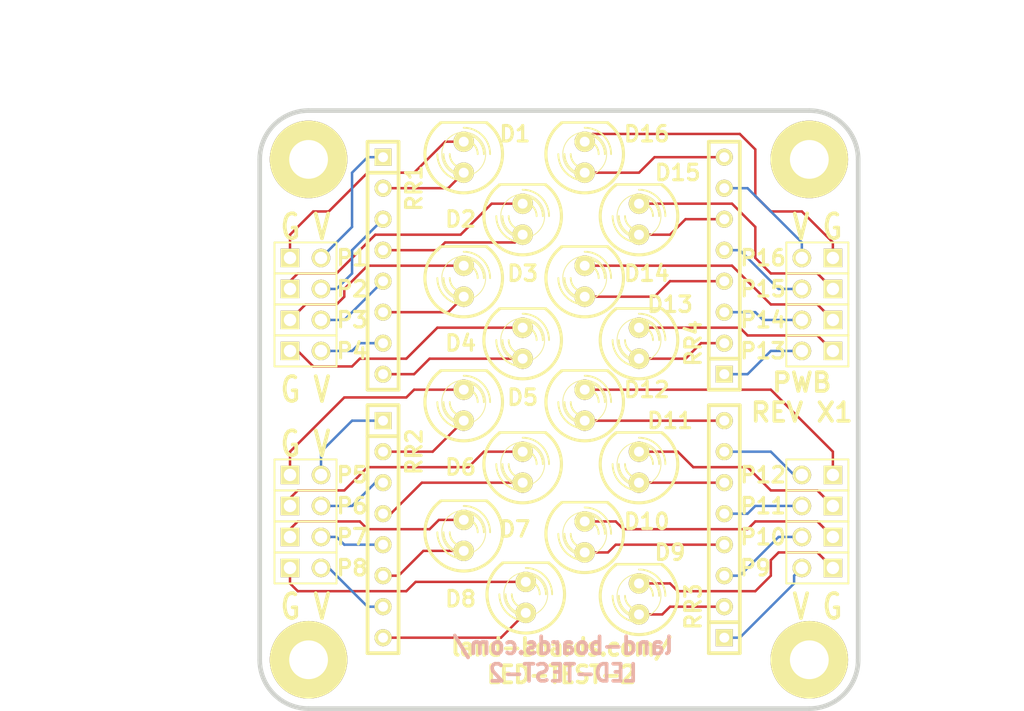
<source format=kicad_pcb>
(kicad_pcb (version 3) (host pcbnew "(2013-07-07 BZR 4022)-stable")

  (general
    (links 48)
    (no_connects 0)
    (area 133.617999 71.494801 222.382002 129.222501)
    (thickness 1.6002)
    (drawings 24)
    (tracks 190)
    (zones 0)
    (modules 40)
    (nets 49)
  )

  (page A4)
  (layers
    (15 Front signal)
    (0 Back signal)
    (20 B.SilkS user)
    (21 F.SilkS user)
    (22 B.Mask user)
    (23 F.Mask user)
    (24 Dwgs.User user)
    (25 Cmts.User user)
    (28 Edge.Cuts user)
  )

  (setup
    (last_trace_width 0.2032)
    (user_trace_width 0.635)
    (trace_clearance 0.254)
    (zone_clearance 0.3048)
    (zone_45_only no)
    (trace_min 0.2032)
    (segment_width 0.381)
    (edge_width 0.381)
    (via_size 0.889)
    (via_drill 0.635)
    (via_min_size 0.889)
    (via_min_drill 0.508)
    (uvia_size 0.508)
    (uvia_drill 0.127)
    (uvias_allowed no)
    (uvia_min_size 0.508)
    (uvia_min_drill 0.127)
    (pcb_text_width 0.3048)
    (pcb_text_size 1.524 2.032)
    (mod_edge_width 0.381)
    (mod_text_size 1.27 1.27)
    (mod_text_width 0.254)
    (pad_size 1.6764 1.6764)
    (pad_drill 0.8128)
    (pad_to_mask_clearance 0.254)
    (aux_axis_origin 0 0)
    (visible_elements 7FFFFFAF)
    (pcbplotparams
      (layerselection 284196865)
      (usegerberextensions true)
      (excludeedgelayer true)
      (linewidth 0.150000)
      (plotframeref false)
      (viasonmask false)
      (mode 1)
      (useauxorigin false)
      (hpglpennumber 1)
      (hpglpenspeed 20)
      (hpglpendiameter 15)
      (hpglpenoverlay 0)
      (psnegative false)
      (psa4output false)
      (plotreference true)
      (plotvalue false)
      (plotothertext false)
      (plotinvisibletext false)
      (padsonsilk false)
      (subtractmaskfromsilk false)
      (outputformat 1)
      (mirror false)
      (drillshape 0)
      (scaleselection 1)
      (outputdirectory plots/))
  )

  (net 0 "")
  (net 1 N-000001)
  (net 2 N-0000010)
  (net 3 N-0000011)
  (net 4 N-0000013)
  (net 5 N-0000014)
  (net 6 N-0000015)
  (net 7 N-0000016)
  (net 8 N-0000017)
  (net 9 N-0000018)
  (net 10 N-000002)
  (net 11 N-0000020)
  (net 12 N-0000021)
  (net 13 N-0000022)
  (net 14 N-0000024)
  (net 15 N-0000025)
  (net 16 N-0000026)
  (net 17 N-0000027)
  (net 18 N-0000028)
  (net 19 N-0000029)
  (net 20 N-000003)
  (net 21 N-0000030)
  (net 22 N-0000031)
  (net 23 N-0000032)
  (net 24 N-0000033)
  (net 25 N-0000034)
  (net 26 N-0000035)
  (net 27 N-0000036)
  (net 28 N-0000037)
  (net 29 N-0000038)
  (net 30 N-000004)
  (net 31 N-0000043)
  (net 32 N-0000044)
  (net 33 N-0000045)
  (net 34 N-0000046)
  (net 35 N-0000047)
  (net 36 N-0000048)
  (net 37 N-0000049)
  (net 38 N-000005)
  (net 39 N-0000050)
  (net 40 N-0000051)
  (net 41 N-0000052)
  (net 42 N-0000054)
  (net 43 N-0000055)
  (net 44 N-0000056)
  (net 45 N-000006)
  (net 46 N-000007)
  (net 47 N-000008)
  (net 48 N-000009)

  (net_class Default "This is the default net class."
    (clearance 0.254)
    (trace_width 0.2032)
    (via_dia 0.889)
    (via_drill 0.635)
    (uvia_dia 0.508)
    (uvia_drill 0.127)
    (add_net "")
    (add_net N-000001)
    (add_net N-0000010)
    (add_net N-0000011)
    (add_net N-0000013)
    (add_net N-0000014)
    (add_net N-0000015)
    (add_net N-0000016)
    (add_net N-0000017)
    (add_net N-0000018)
    (add_net N-000002)
    (add_net N-0000020)
    (add_net N-0000021)
    (add_net N-0000022)
    (add_net N-0000024)
    (add_net N-0000025)
    (add_net N-0000026)
    (add_net N-0000027)
    (add_net N-0000028)
    (add_net N-0000029)
    (add_net N-000003)
    (add_net N-0000030)
    (add_net N-0000031)
    (add_net N-0000032)
    (add_net N-0000033)
    (add_net N-0000034)
    (add_net N-0000035)
    (add_net N-0000036)
    (add_net N-0000037)
    (add_net N-0000038)
    (add_net N-000004)
    (add_net N-0000043)
    (add_net N-0000044)
    (add_net N-0000045)
    (add_net N-0000046)
    (add_net N-0000047)
    (add_net N-0000048)
    (add_net N-0000049)
    (add_net N-000005)
    (add_net N-0000050)
    (add_net N-0000051)
    (add_net N-0000052)
    (add_net N-0000054)
    (add_net N-0000055)
    (add_net N-0000056)
    (add_net N-000006)
    (add_net N-000007)
    (add_net N-000008)
    (add_net N-000009)
  )

  (module LED-5MM (layer Front) (tedit 53B2BD1E) (tstamp 50D9D284)
    (at 171.704 114.808 90)
    (descr "LED 5mm - Lead pitch 100mil (2,54mm)")
    (tags "LED led 5mm 5MM 100mil 2,54mm")
    (path /544A661E)
    (attr virtual)
    (fp_text reference D7 (at 0.508 4.191 180) (layer F.SilkS)
      (effects (font (size 1.27 1.27) (thickness 0.254)))
    )
    (fp_text value LED (at 0 3.81 90) (layer F.SilkS) hide
      (effects (font (size 0.762 0.762) (thickness 0.0889)))
    )
    (fp_line (start 2.8448 1.905) (end 2.8448 -1.905) (layer F.SilkS) (width 0.2032))
    (fp_circle (center 0.254 0) (end -1.016 1.27) (layer F.SilkS) (width 0.0762))
    (fp_arc (start 0.254 0) (end 2.794 1.905) (angle 286.2) (layer F.SilkS) (width 0.254))
    (fp_arc (start 0.254 0) (end -0.889 0) (angle 90) (layer F.SilkS) (width 0.1524))
    (fp_arc (start 0.254 0) (end 1.397 0) (angle 90) (layer F.SilkS) (width 0.1524))
    (fp_arc (start 0.254 0) (end -1.397 0) (angle 90) (layer F.SilkS) (width 0.1524))
    (fp_arc (start 0.254 0) (end 1.905 0) (angle 90) (layer F.SilkS) (width 0.1524))
    (fp_arc (start 0.254 0) (end -1.905 0) (angle 90) (layer F.SilkS) (width 0.1524))
    (fp_arc (start 0.254 0) (end 2.413 0) (angle 90) (layer F.SilkS) (width 0.1524))
    (pad 1 thru_hole circle (at -1.27 0 90) (size 1.6764 1.6764) (drill 0.812799)
      (layers *.Cu *.Mask F.SilkS)
      (net 38 N-000005)
    )
    (pad 2 thru_hole circle (at 1.27 0 90) (size 1.6764 1.6764) (drill 0.812799)
      (layers *.Cu *.Mask F.SilkS)
      (net 26 N-0000035)
    )
    (model discret/leds/led5_vertical_verde.wrl
      (at (xyz 0 0 0))
      (scale (xyz 1 1 1))
      (rotate (xyz 0 0 0))
    )
  )

  (module LED-5MM (layer Front) (tedit 53B2BCE0) (tstamp 50D9D27A)
    (at 181.61 104.14 90)
    (descr "LED 5mm - Lead pitch 100mil (2,54mm)")
    (tags "LED led 5mm 5MM 100mil 2,54mm")
    (path /544A6677)
    (attr virtual)
    (fp_text reference D12 (at 1.27 5.08 180) (layer F.SilkS)
      (effects (font (size 1.27 1.27) (thickness 0.254)))
    )
    (fp_text value LED (at 0 3.81 90) (layer F.SilkS) hide
      (effects (font (size 0.762 0.762) (thickness 0.0889)))
    )
    (fp_line (start 2.8448 1.905) (end 2.8448 -1.905) (layer F.SilkS) (width 0.2032))
    (fp_circle (center 0.254 0) (end -1.016 1.27) (layer F.SilkS) (width 0.0762))
    (fp_arc (start 0.254 0) (end 2.794 1.905) (angle 286.2) (layer F.SilkS) (width 0.254))
    (fp_arc (start 0.254 0) (end -0.889 0) (angle 90) (layer F.SilkS) (width 0.1524))
    (fp_arc (start 0.254 0) (end 1.397 0) (angle 90) (layer F.SilkS) (width 0.1524))
    (fp_arc (start 0.254 0) (end -1.397 0) (angle 90) (layer F.SilkS) (width 0.1524))
    (fp_arc (start 0.254 0) (end 1.905 0) (angle 90) (layer F.SilkS) (width 0.1524))
    (fp_arc (start 0.254 0) (end -1.905 0) (angle 90) (layer F.SilkS) (width 0.1524))
    (fp_arc (start 0.254 0) (end 2.413 0) (angle 90) (layer F.SilkS) (width 0.1524))
    (pad 1 thru_hole circle (at -1.27 0 90) (size 1.6764 1.6764) (drill 0.812799)
      (layers *.Cu *.Mask F.SilkS)
      (net 23 N-0000032)
    )
    (pad 2 thru_hole circle (at 1.27 0 90) (size 1.6764 1.6764) (drill 0.812799)
      (layers *.Cu *.Mask F.SilkS)
      (net 43 N-0000055)
    )
    (model discret/leds/led5_vertical_verde.wrl
      (at (xyz 0 0 0))
      (scale (xyz 1 1 1))
      (rotate (xyz 0 0 0))
    )
  )

  (module LED-5MM (layer Front) (tedit 53B2BCFB) (tstamp 50D9D27C)
    (at 186.055 109.22 90)
    (descr "LED 5mm - Lead pitch 100mil (2,54mm)")
    (tags "LED led 5mm 5MM 100mil 2,54mm")
    (path /544A6671)
    (attr virtual)
    (fp_text reference D11 (at 3.81 2.54 180) (layer F.SilkS)
      (effects (font (size 1.27 1.27) (thickness 0.254)))
    )
    (fp_text value LED (at 0 3.81 90) (layer F.SilkS) hide
      (effects (font (size 0.762 0.762) (thickness 0.0889)))
    )
    (fp_line (start 2.8448 1.905) (end 2.8448 -1.905) (layer F.SilkS) (width 0.2032))
    (fp_circle (center 0.254 0) (end -1.016 1.27) (layer F.SilkS) (width 0.0762))
    (fp_arc (start 0.254 0) (end 2.794 1.905) (angle 286.2) (layer F.SilkS) (width 0.254))
    (fp_arc (start 0.254 0) (end -0.889 0) (angle 90) (layer F.SilkS) (width 0.1524))
    (fp_arc (start 0.254 0) (end 1.397 0) (angle 90) (layer F.SilkS) (width 0.1524))
    (fp_arc (start 0.254 0) (end -1.397 0) (angle 90) (layer F.SilkS) (width 0.1524))
    (fp_arc (start 0.254 0) (end 1.905 0) (angle 90) (layer F.SilkS) (width 0.1524))
    (fp_arc (start 0.254 0) (end -1.905 0) (angle 90) (layer F.SilkS) (width 0.1524))
    (fp_arc (start 0.254 0) (end 2.413 0) (angle 90) (layer F.SilkS) (width 0.1524))
    (pad 1 thru_hole circle (at -1.27 0 90) (size 1.6764 1.6764) (drill 0.812799)
      (layers *.Cu *.Mask F.SilkS)
      (net 3 N-0000011)
    )
    (pad 2 thru_hole circle (at 1.27 0 90) (size 1.6764 1.6764) (drill 0.812799)
      (layers *.Cu *.Mask F.SilkS)
      (net 42 N-0000054)
    )
    (model discret/leds/led5_vertical_verde.wrl
      (at (xyz 0 0 0))
      (scale (xyz 1 1 1))
      (rotate (xyz 0 0 0))
    )
  )

  (module LED-5MM (layer Front) (tedit 53B2BD06) (tstamp 50D9D27E)
    (at 181.61 114.935 90)
    (descr "LED 5mm - Lead pitch 100mil (2,54mm)")
    (tags "LED led 5mm 5MM 100mil 2,54mm")
    (path /544A666B)
    (attr virtual)
    (fp_text reference D10 (at 1.27 5.08 180) (layer F.SilkS)
      (effects (font (size 1.27 1.27) (thickness 0.254)))
    )
    (fp_text value LED (at 0 3.81 90) (layer F.SilkS) hide
      (effects (font (size 0.762 0.762) (thickness 0.0889)))
    )
    (fp_line (start 2.8448 1.905) (end 2.8448 -1.905) (layer F.SilkS) (width 0.2032))
    (fp_circle (center 0.254 0) (end -1.016 1.27) (layer F.SilkS) (width 0.0762))
    (fp_arc (start 0.254 0) (end 2.794 1.905) (angle 286.2) (layer F.SilkS) (width 0.254))
    (fp_arc (start 0.254 0) (end -0.889 0) (angle 90) (layer F.SilkS) (width 0.1524))
    (fp_arc (start 0.254 0) (end 1.397 0) (angle 90) (layer F.SilkS) (width 0.1524))
    (fp_arc (start 0.254 0) (end -1.397 0) (angle 90) (layer F.SilkS) (width 0.1524))
    (fp_arc (start 0.254 0) (end 1.905 0) (angle 90) (layer F.SilkS) (width 0.1524))
    (fp_arc (start 0.254 0) (end -1.905 0) (angle 90) (layer F.SilkS) (width 0.1524))
    (fp_arc (start 0.254 0) (end 2.413 0) (angle 90) (layer F.SilkS) (width 0.1524))
    (pad 1 thru_hole circle (at -1.27 0 90) (size 1.6764 1.6764) (drill 0.812799)
      (layers *.Cu *.Mask F.SilkS)
      (net 48 N-000009)
    )
    (pad 2 thru_hole circle (at 1.27 0 90) (size 1.6764 1.6764) (drill 0.812799)
      (layers *.Cu *.Mask F.SilkS)
      (net 34 N-0000046)
    )
    (model discret/leds/led5_vertical_verde.wrl
      (at (xyz 0 0 0))
      (scale (xyz 1 1 1))
      (rotate (xyz 0 0 0))
    )
  )

  (module LED-5MM (layer Front) (tedit 53B2BD08) (tstamp 50D9D280)
    (at 186.055 120.015 90)
    (descr "LED 5mm - Lead pitch 100mil (2,54mm)")
    (tags "LED led 5mm 5MM 100mil 2,54mm")
    (path /544A665F)
    (attr virtual)
    (fp_text reference D9 (at 3.81 2.54 180) (layer F.SilkS)
      (effects (font (size 1.27 1.27) (thickness 0.254)))
    )
    (fp_text value LED (at 0 3.81 90) (layer F.SilkS) hide
      (effects (font (size 0.762 0.762) (thickness 0.0889)))
    )
    (fp_line (start 2.8448 1.905) (end 2.8448 -1.905) (layer F.SilkS) (width 0.2032))
    (fp_circle (center 0.254 0) (end -1.016 1.27) (layer F.SilkS) (width 0.0762))
    (fp_arc (start 0.254 0) (end 2.794 1.905) (angle 286.2) (layer F.SilkS) (width 0.254))
    (fp_arc (start 0.254 0) (end -0.889 0) (angle 90) (layer F.SilkS) (width 0.1524))
    (fp_arc (start 0.254 0) (end 1.397 0) (angle 90) (layer F.SilkS) (width 0.1524))
    (fp_arc (start 0.254 0) (end -1.397 0) (angle 90) (layer F.SilkS) (width 0.1524))
    (fp_arc (start 0.254 0) (end 1.905 0) (angle 90) (layer F.SilkS) (width 0.1524))
    (fp_arc (start 0.254 0) (end -1.905 0) (angle 90) (layer F.SilkS) (width 0.1524))
    (fp_arc (start 0.254 0) (end 2.413 0) (angle 90) (layer F.SilkS) (width 0.1524))
    (pad 1 thru_hole circle (at -1.27 0 90) (size 1.6764 1.6764) (drill 0.812799)
      (layers *.Cu *.Mask F.SilkS)
      (net 21 N-0000030)
    )
    (pad 2 thru_hole circle (at 1.27 0 90) (size 1.6764 1.6764) (drill 0.812799)
      (layers *.Cu *.Mask F.SilkS)
      (net 28 N-0000037)
    )
    (model discret/leds/led5_vertical_verde.wrl
      (at (xyz 0 0 0))
      (scale (xyz 1 1 1))
      (rotate (xyz 0 0 0))
    )
  )

  (module LED-5MM (layer Front) (tedit 53B2BD28) (tstamp 50D9D282)
    (at 176.784 119.888 90)
    (descr "LED 5mm - Lead pitch 100mil (2,54mm)")
    (tags "LED led 5mm 5MM 100mil 2,54mm")
    (path /544A6624)
    (attr virtual)
    (fp_text reference D8 (at -0.127 -5.334 180) (layer F.SilkS)
      (effects (font (size 1.27 1.27) (thickness 0.254)))
    )
    (fp_text value LED (at 0 3.81 90) (layer F.SilkS) hide
      (effects (font (size 0.762 0.762) (thickness 0.0889)))
    )
    (fp_line (start 2.8448 1.905) (end 2.8448 -1.905) (layer F.SilkS) (width 0.2032))
    (fp_circle (center 0.254 0) (end -1.016 1.27) (layer F.SilkS) (width 0.0762))
    (fp_arc (start 0.254 0) (end 2.794 1.905) (angle 286.2) (layer F.SilkS) (width 0.254))
    (fp_arc (start 0.254 0) (end -0.889 0) (angle 90) (layer F.SilkS) (width 0.1524))
    (fp_arc (start 0.254 0) (end 1.397 0) (angle 90) (layer F.SilkS) (width 0.1524))
    (fp_arc (start 0.254 0) (end -1.397 0) (angle 90) (layer F.SilkS) (width 0.1524))
    (fp_arc (start 0.254 0) (end 1.905 0) (angle 90) (layer F.SilkS) (width 0.1524))
    (fp_arc (start 0.254 0) (end -1.905 0) (angle 90) (layer F.SilkS) (width 0.1524))
    (fp_arc (start 0.254 0) (end 2.413 0) (angle 90) (layer F.SilkS) (width 0.1524))
    (pad 1 thru_hole circle (at -1.27 0 90) (size 1.6764 1.6764) (drill 0.812799)
      (layers *.Cu *.Mask F.SilkS)
      (net 46 N-000007)
    )
    (pad 2 thru_hole circle (at 1.27 0 90) (size 1.6764 1.6764) (drill 0.812799)
      (layers *.Cu *.Mask F.SilkS)
      (net 27 N-0000036)
    )
    (model discret/leds/led5_vertical_verde.wrl
      (at (xyz 0 0 0))
      (scale (xyz 1 1 1))
      (rotate (xyz 0 0 0))
    )
  )

  (module LED-5MM (layer Front) (tedit 53B2BD26) (tstamp 50D9D286)
    (at 176.53 109.22 90)
    (descr "LED 5mm - Lead pitch 100mil (2,54mm)")
    (tags "LED led 5mm 5MM 100mil 2,54mm")
    (path /544A6618)
    (attr virtual)
    (fp_text reference D6 (at 0 -5.08 180) (layer F.SilkS)
      (effects (font (size 1.27 1.27) (thickness 0.254)))
    )
    (fp_text value LED (at 0 3.81 90) (layer F.SilkS) hide
      (effects (font (size 0.762 0.762) (thickness 0.0889)))
    )
    (fp_line (start 2.8448 1.905) (end 2.8448 -1.905) (layer F.SilkS) (width 0.2032))
    (fp_circle (center 0.254 0) (end -1.016 1.27) (layer F.SilkS) (width 0.0762))
    (fp_arc (start 0.254 0) (end 2.794 1.905) (angle 286.2) (layer F.SilkS) (width 0.254))
    (fp_arc (start 0.254 0) (end -0.889 0) (angle 90) (layer F.SilkS) (width 0.1524))
    (fp_arc (start 0.254 0) (end 1.397 0) (angle 90) (layer F.SilkS) (width 0.1524))
    (fp_arc (start 0.254 0) (end -1.397 0) (angle 90) (layer F.SilkS) (width 0.1524))
    (fp_arc (start 0.254 0) (end 1.905 0) (angle 90) (layer F.SilkS) (width 0.1524))
    (fp_arc (start 0.254 0) (end -1.905 0) (angle 90) (layer F.SilkS) (width 0.1524))
    (fp_arc (start 0.254 0) (end 2.413 0) (angle 90) (layer F.SilkS) (width 0.1524))
    (pad 1 thru_hole circle (at -1.27 0 90) (size 1.6764 1.6764) (drill 0.812799)
      (layers *.Cu *.Mask F.SilkS)
      (net 20 N-000003)
    )
    (pad 2 thru_hole circle (at 1.27 0 90) (size 1.6764 1.6764) (drill 0.812799)
      (layers *.Cu *.Mask F.SilkS)
      (net 24 N-0000033)
    )
    (model discret/leds/led5_vertical_verde.wrl
      (at (xyz 0 0 0))
      (scale (xyz 1 1 1))
      (rotate (xyz 0 0 0))
    )
  )

  (module LED-5MM (layer Front) (tedit 53B2BCB5) (tstamp 50D9D288)
    (at 171.704 104.14 90)
    (descr "LED 5mm - Lead pitch 100mil (2,54mm)")
    (tags "LED led 5mm 5MM 100mil 2,54mm")
    (path /544A660C)
    (attr virtual)
    (fp_text reference D5 (at 0.635 4.826 180) (layer F.SilkS)
      (effects (font (size 1.27 1.27) (thickness 0.254)))
    )
    (fp_text value LED (at 0 3.81 90) (layer F.SilkS) hide
      (effects (font (size 0.762 0.762) (thickness 0.0889)))
    )
    (fp_line (start 2.8448 1.905) (end 2.8448 -1.905) (layer F.SilkS) (width 0.2032))
    (fp_circle (center 0.254 0) (end -1.016 1.27) (layer F.SilkS) (width 0.0762))
    (fp_arc (start 0.254 0) (end 2.794 1.905) (angle 286.2) (layer F.SilkS) (width 0.254))
    (fp_arc (start 0.254 0) (end -0.889 0) (angle 90) (layer F.SilkS) (width 0.1524))
    (fp_arc (start 0.254 0) (end 1.397 0) (angle 90) (layer F.SilkS) (width 0.1524))
    (fp_arc (start 0.254 0) (end -1.397 0) (angle 90) (layer F.SilkS) (width 0.1524))
    (fp_arc (start 0.254 0) (end 1.905 0) (angle 90) (layer F.SilkS) (width 0.1524))
    (fp_arc (start 0.254 0) (end -1.905 0) (angle 90) (layer F.SilkS) (width 0.1524))
    (fp_arc (start 0.254 0) (end 2.413 0) (angle 90) (layer F.SilkS) (width 0.1524))
    (pad 1 thru_hole circle (at -1.27 0 90) (size 1.6764 1.6764) (drill 0.812799)
      (layers *.Cu *.Mask F.SilkS)
      (net 1 N-000001)
    )
    (pad 2 thru_hole circle (at 1.27 0 90) (size 1.6764 1.6764) (drill 0.812799)
      (layers *.Cu *.Mask F.SilkS)
      (net 25 N-0000034)
    )
    (model discret/leds/led5_vertical_verde.wrl
      (at (xyz 0 0 0))
      (scale (xyz 1 1 1))
      (rotate (xyz 0 0 0))
    )
  )

  (module LED-5MM (layer Front) (tedit 53B2BD16) (tstamp 50D9D28A)
    (at 176.53 99.06 90)
    (descr "LED 5mm - Lead pitch 100mil (2,54mm)")
    (tags "LED led 5mm 5MM 100mil 2,54mm")
    (path /544A63B6)
    (attr virtual)
    (fp_text reference D4 (at 0 -5.08 180) (layer F.SilkS)
      (effects (font (size 1.27 1.27) (thickness 0.254)))
    )
    (fp_text value LED (at 0 3.81 90) (layer F.SilkS) hide
      (effects (font (size 0.762 0.762) (thickness 0.0889)))
    )
    (fp_line (start 2.8448 1.905) (end 2.8448 -1.905) (layer F.SilkS) (width 0.2032))
    (fp_circle (center 0.254 0) (end -1.016 1.27) (layer F.SilkS) (width 0.0762))
    (fp_arc (start 0.254 0) (end 2.794 1.905) (angle 286.2) (layer F.SilkS) (width 0.254))
    (fp_arc (start 0.254 0) (end -0.889 0) (angle 90) (layer F.SilkS) (width 0.1524))
    (fp_arc (start 0.254 0) (end 1.397 0) (angle 90) (layer F.SilkS) (width 0.1524))
    (fp_arc (start 0.254 0) (end -1.397 0) (angle 90) (layer F.SilkS) (width 0.1524))
    (fp_arc (start 0.254 0) (end 1.905 0) (angle 90) (layer F.SilkS) (width 0.1524))
    (fp_arc (start 0.254 0) (end -1.905 0) (angle 90) (layer F.SilkS) (width 0.1524))
    (fp_arc (start 0.254 0) (end 2.413 0) (angle 90) (layer F.SilkS) (width 0.1524))
    (pad 1 thru_hole circle (at -1.27 0 90) (size 1.6764 1.6764) (drill 0.812799)
      (layers *.Cu *.Mask F.SilkS)
      (net 8 N-0000017)
    )
    (pad 2 thru_hole circle (at 1.27 0 90) (size 1.6764 1.6764) (drill 0.812799)
      (layers *.Cu *.Mask F.SilkS)
      (net 36 N-0000048)
    )
    (model discret/leds/led5_vertical_verde.wrl
      (at (xyz 0 0 0))
      (scale (xyz 1 1 1))
      (rotate (xyz 0 0 0))
    )
  )

  (module LED-5MM (layer Front) (tedit 53B2BC9F) (tstamp 50D9D28C)
    (at 171.704 93.98 90)
    (descr "LED 5mm - Lead pitch 100mil (2,54mm)")
    (tags "LED led 5mm 5MM 100mil 2,54mm")
    (path /544A639D)
    (attr virtual)
    (fp_text reference D3 (at 0.635 4.826 180) (layer F.SilkS)
      (effects (font (size 1.27 1.27) (thickness 0.254)))
    )
    (fp_text value LED (at 0 3.81 90) (layer F.SilkS) hide
      (effects (font (size 0.762 0.762) (thickness 0.0889)))
    )
    (fp_line (start 2.8448 1.905) (end 2.8448 -1.905) (layer F.SilkS) (width 0.2032))
    (fp_circle (center 0.254 0) (end -1.016 1.27) (layer F.SilkS) (width 0.0762))
    (fp_arc (start 0.254 0) (end 2.794 1.905) (angle 286.2) (layer F.SilkS) (width 0.254))
    (fp_arc (start 0.254 0) (end -0.889 0) (angle 90) (layer F.SilkS) (width 0.1524))
    (fp_arc (start 0.254 0) (end 1.397 0) (angle 90) (layer F.SilkS) (width 0.1524))
    (fp_arc (start 0.254 0) (end -1.397 0) (angle 90) (layer F.SilkS) (width 0.1524))
    (fp_arc (start 0.254 0) (end 1.905 0) (angle 90) (layer F.SilkS) (width 0.1524))
    (fp_arc (start 0.254 0) (end -1.905 0) (angle 90) (layer F.SilkS) (width 0.1524))
    (fp_arc (start 0.254 0) (end 2.413 0) (angle 90) (layer F.SilkS) (width 0.1524))
    (pad 1 thru_hole circle (at -1.27 0 90) (size 1.6764 1.6764) (drill 0.812799)
      (layers *.Cu *.Mask F.SilkS)
      (net 6 N-0000015)
    )
    (pad 2 thru_hole circle (at 1.27 0 90) (size 1.6764 1.6764) (drill 0.812799)
      (layers *.Cu *.Mask F.SilkS)
      (net 35 N-0000047)
    )
    (model discret/leds/led5_vertical_verde.wrl
      (at (xyz 0 0 0))
      (scale (xyz 1 1 1))
      (rotate (xyz 0 0 0))
    )
  )

  (module LED-5MM (layer Front) (tedit 53B2BD13) (tstamp 50D9D28E)
    (at 176.53 88.9 90)
    (descr "LED 5mm - Lead pitch 100mil (2,54mm)")
    (tags "LED led 5mm 5MM 100mil 2,54mm")
    (path /544A6384)
    (attr virtual)
    (fp_text reference D2 (at 0 -5.08 180) (layer F.SilkS)
      (effects (font (size 1.27 1.27) (thickness 0.254)))
    )
    (fp_text value LED (at 0 3.81 90) (layer F.SilkS) hide
      (effects (font (size 0.762 0.762) (thickness 0.0889)))
    )
    (fp_line (start 2.8448 1.905) (end 2.8448 -1.905) (layer F.SilkS) (width 0.2032))
    (fp_circle (center 0.254 0) (end -1.016 1.27) (layer F.SilkS) (width 0.0762))
    (fp_arc (start 0.254 0) (end 2.794 1.905) (angle 286.2) (layer F.SilkS) (width 0.254))
    (fp_arc (start 0.254 0) (end -0.889 0) (angle 90) (layer F.SilkS) (width 0.1524))
    (fp_arc (start 0.254 0) (end 1.397 0) (angle 90) (layer F.SilkS) (width 0.1524))
    (fp_arc (start 0.254 0) (end -1.397 0) (angle 90) (layer F.SilkS) (width 0.1524))
    (fp_arc (start 0.254 0) (end 1.905 0) (angle 90) (layer F.SilkS) (width 0.1524))
    (fp_arc (start 0.254 0) (end -1.905 0) (angle 90) (layer F.SilkS) (width 0.1524))
    (fp_arc (start 0.254 0) (end 2.413 0) (angle 90) (layer F.SilkS) (width 0.1524))
    (pad 1 thru_hole circle (at -1.27 0 90) (size 1.6764 1.6764) (drill 0.812799)
      (layers *.Cu *.Mask F.SilkS)
      (net 4 N-0000013)
    )
    (pad 2 thru_hole circle (at 1.27 0 90) (size 1.6764 1.6764) (drill 0.812799)
      (layers *.Cu *.Mask F.SilkS)
      (net 29 N-0000038)
    )
    (model discret/leds/led5_vertical_verde.wrl
      (at (xyz 0 0 0))
      (scale (xyz 1 1 1))
      (rotate (xyz 0 0 0))
    )
  )

  (module LED-5MM (layer Front) (tedit 53B2BC9C) (tstamp 50D9D290)
    (at 171.704 83.82 90)
    (descr "LED 5mm - Lead pitch 100mil (2,54mm)")
    (tags "LED led 5mm 5MM 100mil 2,54mm")
    (path /51B4B975)
    (attr virtual)
    (fp_text reference D1 (at 1.905 4.191 180) (layer F.SilkS)
      (effects (font (size 1.27 1.27) (thickness 0.254)))
    )
    (fp_text value LED (at 0 3.81 90) (layer F.SilkS) hide
      (effects (font (size 0.762 0.762) (thickness 0.0889)))
    )
    (fp_line (start 2.8448 1.905) (end 2.8448 -1.905) (layer F.SilkS) (width 0.2032))
    (fp_circle (center 0.254 0) (end -1.016 1.27) (layer F.SilkS) (width 0.0762))
    (fp_arc (start 0.254 0) (end 2.794 1.905) (angle 286.2) (layer F.SilkS) (width 0.254))
    (fp_arc (start 0.254 0) (end -0.889 0) (angle 90) (layer F.SilkS) (width 0.1524))
    (fp_arc (start 0.254 0) (end 1.397 0) (angle 90) (layer F.SilkS) (width 0.1524))
    (fp_arc (start 0.254 0) (end -1.397 0) (angle 90) (layer F.SilkS) (width 0.1524))
    (fp_arc (start 0.254 0) (end 1.905 0) (angle 90) (layer F.SilkS) (width 0.1524))
    (fp_arc (start 0.254 0) (end -1.905 0) (angle 90) (layer F.SilkS) (width 0.1524))
    (fp_arc (start 0.254 0) (end 2.413 0) (angle 90) (layer F.SilkS) (width 0.1524))
    (pad 1 thru_hole circle (at -1.27 0 90) (size 1.6764 1.6764) (drill 0.812799)
      (layers *.Cu *.Mask F.SilkS)
      (net 31 N-0000043)
    )
    (pad 2 thru_hole circle (at 1.27 0 90) (size 1.6764 1.6764) (drill 0.812799)
      (layers *.Cu *.Mask F.SilkS)
      (net 32 N-0000044)
    )
    (model discret/leds/led5_vertical_verde.wrl
      (at (xyz 0 0 0))
      (scale (xyz 1 1 1))
      (rotate (xyz 0 0 0))
    )
  )

  (module LED-5MM (layer Front) (tedit 53B2BC99) (tstamp 51B4F634)
    (at 181.61 83.82 90)
    (descr "LED 5mm - Lead pitch 100mil (2,54mm)")
    (tags "LED led 5mm 5MM 100mil 2,54mm")
    (path /544A66CA)
    (attr virtual)
    (fp_text reference D16 (at 1.905 5.08 180) (layer F.SilkS)
      (effects (font (size 1.27 1.27) (thickness 0.254)))
    )
    (fp_text value LED (at 0 3.81 90) (layer F.SilkS) hide
      (effects (font (size 0.762 0.762) (thickness 0.0889)))
    )
    (fp_line (start 2.8448 1.905) (end 2.8448 -1.905) (layer F.SilkS) (width 0.2032))
    (fp_circle (center 0.254 0) (end -1.016 1.27) (layer F.SilkS) (width 0.0762))
    (fp_arc (start 0.254 0) (end 2.794 1.905) (angle 286.2) (layer F.SilkS) (width 0.254))
    (fp_arc (start 0.254 0) (end -0.889 0) (angle 90) (layer F.SilkS) (width 0.1524))
    (fp_arc (start 0.254 0) (end 1.397 0) (angle 90) (layer F.SilkS) (width 0.1524))
    (fp_arc (start 0.254 0) (end -1.397 0) (angle 90) (layer F.SilkS) (width 0.1524))
    (fp_arc (start 0.254 0) (end 1.905 0) (angle 90) (layer F.SilkS) (width 0.1524))
    (fp_arc (start 0.254 0) (end -1.905 0) (angle 90) (layer F.SilkS) (width 0.1524))
    (fp_arc (start 0.254 0) (end 2.413 0) (angle 90) (layer F.SilkS) (width 0.1524))
    (pad 1 thru_hole circle (at -1.27 0 90) (size 1.6764 1.6764) (drill 0.8128)
      (layers *.Cu *.Mask F.SilkS)
      (net 19 N-0000029)
    )
    (pad 2 thru_hole circle (at 1.27 0 90) (size 1.6764 1.6764) (drill 0.8128)
      (layers *.Cu *.Mask F.SilkS)
      (net 44 N-0000056)
    )
    (model discret/leds/led5_vertical_verde.wrl
      (at (xyz 0 0 0))
      (scale (xyz 1 1 1))
      (rotate (xyz 0 0 0))
    )
  )

  (module LED-5MM (layer Front) (tedit 53B2BCAA) (tstamp 51B4F661)
    (at 186.055 99.06 90)
    (descr "LED 5mm - Lead pitch 100mil (2,54mm)")
    (tags "LED led 5mm 5MM 100mil 2,54mm")
    (path /544A66B2)
    (attr virtual)
    (fp_text reference D13 (at 3.175 2.54 180) (layer F.SilkS)
      (effects (font (size 1.27 1.27) (thickness 0.254)))
    )
    (fp_text value LED (at 0 3.81 90) (layer F.SilkS) hide
      (effects (font (size 0.762 0.762) (thickness 0.0889)))
    )
    (fp_line (start 2.8448 1.905) (end 2.8448 -1.905) (layer F.SilkS) (width 0.2032))
    (fp_circle (center 0.254 0) (end -1.016 1.27) (layer F.SilkS) (width 0.0762))
    (fp_arc (start 0.254 0) (end 2.794 1.905) (angle 286.2) (layer F.SilkS) (width 0.254))
    (fp_arc (start 0.254 0) (end -0.889 0) (angle 90) (layer F.SilkS) (width 0.1524))
    (fp_arc (start 0.254 0) (end 1.397 0) (angle 90) (layer F.SilkS) (width 0.1524))
    (fp_arc (start 0.254 0) (end -1.397 0) (angle 90) (layer F.SilkS) (width 0.1524))
    (fp_arc (start 0.254 0) (end 1.905 0) (angle 90) (layer F.SilkS) (width 0.1524))
    (fp_arc (start 0.254 0) (end -1.905 0) (angle 90) (layer F.SilkS) (width 0.1524))
    (fp_arc (start 0.254 0) (end 2.413 0) (angle 90) (layer F.SilkS) (width 0.1524))
    (pad 1 thru_hole circle (at -1.27 0 90) (size 1.6764 1.6764) (drill 0.8128)
      (layers *.Cu *.Mask F.SilkS)
      (net 15 N-0000025)
    )
    (pad 2 thru_hole circle (at 1.27 0 90) (size 1.6764 1.6764) (drill 0.8128)
      (layers *.Cu *.Mask F.SilkS)
      (net 39 N-0000050)
    )
    (model discret/leds/led5_vertical_verde.wrl
      (at (xyz 0 0 0))
      (scale (xyz 1 1 1))
      (rotate (xyz 0 0 0))
    )
  )

  (module LED-5MM (layer Front) (tedit 53B2BCA4) (tstamp 51B4F670)
    (at 181.61 93.98 90)
    (descr "LED 5mm - Lead pitch 100mil (2,54mm)")
    (tags "LED led 5mm 5MM 100mil 2,54mm")
    (path /544A66BE)
    (attr virtual)
    (fp_text reference D14 (at 0.635 5.08 180) (layer F.SilkS)
      (effects (font (size 1.27 1.27) (thickness 0.254)))
    )
    (fp_text value LED (at 0 3.81 90) (layer F.SilkS) hide
      (effects (font (size 0.762 0.762) (thickness 0.0889)))
    )
    (fp_line (start 2.8448 1.905) (end 2.8448 -1.905) (layer F.SilkS) (width 0.2032))
    (fp_circle (center 0.254 0) (end -1.016 1.27) (layer F.SilkS) (width 0.0762))
    (fp_arc (start 0.254 0) (end 2.794 1.905) (angle 286.2) (layer F.SilkS) (width 0.254))
    (fp_arc (start 0.254 0) (end -0.889 0) (angle 90) (layer F.SilkS) (width 0.1524))
    (fp_arc (start 0.254 0) (end 1.397 0) (angle 90) (layer F.SilkS) (width 0.1524))
    (fp_arc (start 0.254 0) (end -1.397 0) (angle 90) (layer F.SilkS) (width 0.1524))
    (fp_arc (start 0.254 0) (end 1.905 0) (angle 90) (layer F.SilkS) (width 0.1524))
    (fp_arc (start 0.254 0) (end -1.905 0) (angle 90) (layer F.SilkS) (width 0.1524))
    (fp_arc (start 0.254 0) (end 2.413 0) (angle 90) (layer F.SilkS) (width 0.1524))
    (pad 1 thru_hole circle (at -1.27 0 90) (size 1.6764 1.6764) (drill 0.8128)
      (layers *.Cu *.Mask F.SilkS)
      (net 12 N-0000021)
    )
    (pad 2 thru_hole circle (at 1.27 0 90) (size 1.6764 1.6764) (drill 0.8128)
      (layers *.Cu *.Mask F.SilkS)
      (net 37 N-0000049)
    )
    (model discret/leds/led5_vertical_verde.wrl
      (at (xyz 0 0 0))
      (scale (xyz 1 1 1))
      (rotate (xyz 0 0 0))
    )
  )

  (module LED-5MM (layer Front) (tedit 53B2BD0D) (tstamp 51B4F67F)
    (at 186.055 88.9 90)
    (descr "LED 5mm - Lead pitch 100mil (2,54mm)")
    (tags "LED led 5mm 5MM 100mil 2,54mm")
    (path /544A66C4)
    (attr virtual)
    (fp_text reference D15 (at 3.81 3.175 180) (layer F.SilkS)
      (effects (font (size 1.27 1.27) (thickness 0.254)))
    )
    (fp_text value LED (at 0 3.81 90) (layer F.SilkS) hide
      (effects (font (size 0.762 0.762) (thickness 0.0889)))
    )
    (fp_line (start 2.8448 1.905) (end 2.8448 -1.905) (layer F.SilkS) (width 0.2032))
    (fp_circle (center 0.254 0) (end -1.016 1.27) (layer F.SilkS) (width 0.0762))
    (fp_arc (start 0.254 0) (end 2.794 1.905) (angle 286.2) (layer F.SilkS) (width 0.254))
    (fp_arc (start 0.254 0) (end -0.889 0) (angle 90) (layer F.SilkS) (width 0.1524))
    (fp_arc (start 0.254 0) (end 1.397 0) (angle 90) (layer F.SilkS) (width 0.1524))
    (fp_arc (start 0.254 0) (end -1.397 0) (angle 90) (layer F.SilkS) (width 0.1524))
    (fp_arc (start 0.254 0) (end 1.905 0) (angle 90) (layer F.SilkS) (width 0.1524))
    (fp_arc (start 0.254 0) (end -1.905 0) (angle 90) (layer F.SilkS) (width 0.1524))
    (fp_arc (start 0.254 0) (end 2.413 0) (angle 90) (layer F.SilkS) (width 0.1524))
    (pad 1 thru_hole circle (at -1.27 0 90) (size 1.6764 1.6764) (drill 0.8128)
      (layers *.Cu *.Mask F.SilkS)
      (net 13 N-0000022)
    )
    (pad 2 thru_hole circle (at 1.27 0 90) (size 1.6764 1.6764) (drill 0.8128)
      (layers *.Cu *.Mask F.SilkS)
      (net 40 N-0000051)
    )
    (model discret/leds/led5_vertical_verde.wrl
      (at (xyz 0 0 0))
      (scale (xyz 1 1 1))
      (rotate (xyz 0 0 0))
    )
  )

  (module MTG-4-40 (layer Front) (tedit 50F036E3) (tstamp 51B4F699)
    (at 200 125)
    (path /50D9D700)
    (fp_text reference MTG4 (at -6.858 -0.635) (layer F.SilkS) hide
      (effects (font (size 1.27 1.27) (thickness 0.254)))
    )
    (fp_text value CONN_1 (at 0 -5.08) (layer F.SilkS) hide
      (effects (font (size 1.524 1.524) (thickness 0.3048)))
    )
    (pad 1 thru_hole circle (at 0 0) (size 6.35 6.35) (drill 3.175)
      (layers *.Cu *.Mask F.SilkS)
    )
  )

  (module MTG-4-40 (layer Front) (tedit 50F036E3) (tstamp 51B4F69E)
    (at 159 125)
    (path /50D9D6F9)
    (fp_text reference MTG3 (at -6.858 -0.635) (layer F.SilkS) hide
      (effects (font (size 1.27 1.27) (thickness 0.254)))
    )
    (fp_text value CONN_1 (at 0 -5.08) (layer F.SilkS) hide
      (effects (font (size 1.524 1.524) (thickness 0.3048)))
    )
    (pad 1 thru_hole circle (at 0 0) (size 6.35 6.35) (drill 3.175)
      (layers *.Cu *.Mask F.SilkS)
    )
  )

  (module MTG-4-40 (layer Front) (tedit 50F036E3) (tstamp 51B4F6A3)
    (at 200 84)
    (path /50D9D6F4)
    (fp_text reference MTG2 (at -6.858 -0.635) (layer F.SilkS) hide
      (effects (font (size 1.27 1.27) (thickness 0.254)))
    )
    (fp_text value CONN_1 (at 0 -5.08) (layer F.SilkS) hide
      (effects (font (size 1.524 1.524) (thickness 0.3048)))
    )
    (pad 1 thru_hole circle (at 0 0) (size 6.35 6.35) (drill 3.175)
      (layers *.Cu *.Mask F.SilkS)
    )
  )

  (module MTG-4-40 (layer Front) (tedit 50F036E3) (tstamp 51B4F6A8)
    (at 159 84)
    (path /50D9D6EF)
    (fp_text reference MTG1 (at -6.858 -0.635) (layer F.SilkS) hide
      (effects (font (size 1.27 1.27) (thickness 0.254)))
    )
    (fp_text value CONN_1 (at 0 -5.08) (layer F.SilkS) hide
      (effects (font (size 1.524 1.524) (thickness 0.3048)))
    )
    (pad 1 thru_hole circle (at 0 0) (size 6.35 6.35) (drill 3.175)
      (layers *.Cu *.Mask F.SilkS)
    )
  )

  (module PIN_ARRAY_2X1 (layer Front) (tedit 544A721C) (tstamp 544A66B0)
    (at 200.66 117.475 180)
    (descr "Connecteurs 2 pins")
    (tags "CONN DEV")
    (path /544A6665)
    (fp_text reference P9 (at 5.08 0 180) (layer F.SilkS)
      (effects (font (size 1.27 1.27) (thickness 0.254)))
    )
    (fp_text value CONN_2 (at 0 -1.905 180) (layer F.SilkS) hide
      (effects (font (size 0.762 0.762) (thickness 0.1524)))
    )
    (fp_line (start -2.54 1.27) (end -2.54 -1.27) (layer F.SilkS) (width 0.1524))
    (fp_line (start -2.54 -1.27) (end 2.54 -1.27) (layer F.SilkS) (width 0.1524))
    (fp_line (start 2.54 -1.27) (end 2.54 1.27) (layer F.SilkS) (width 0.1524))
    (fp_line (start 2.54 1.27) (end -2.54 1.27) (layer F.SilkS) (width 0.1524))
    (pad 1 thru_hole rect (at -1.27 0 180) (size 1.524 1.524) (drill 1.016)
      (layers *.Cu *.Mask F.SilkS)
      (net 28 N-0000037)
    )
    (pad 2 thru_hole circle (at 1.27 0 180) (size 1.524 1.524) (drill 1.016)
      (layers *.Cu *.Mask F.SilkS)
      (net 9 N-0000018)
    )
    (model pin_array/pins_array_2x1.wrl
      (at (xyz 0 0 0))
      (scale (xyz 1 1 1))
      (rotate (xyz 0 0 0))
    )
  )

  (module PIN_ARRAY_2X1 (layer Front) (tedit 544A6FB2) (tstamp 544A66BA)
    (at 200.66 92.075 180)
    (descr "Connecteurs 2 pins")
    (tags "CONN DEV")
    (path /544A66FF)
    (fp_text reference P16 (at 4.445 0 180) (layer F.SilkS)
      (effects (font (size 1.27 1.27) (thickness 0.254)))
    )
    (fp_text value CONN_2 (at 0 -1.905 180) (layer F.SilkS) hide
      (effects (font (size 0.762 0.762) (thickness 0.1524)))
    )
    (fp_line (start -2.54 1.27) (end -2.54 -1.27) (layer F.SilkS) (width 0.1524))
    (fp_line (start -2.54 -1.27) (end 2.54 -1.27) (layer F.SilkS) (width 0.1524))
    (fp_line (start 2.54 -1.27) (end 2.54 1.27) (layer F.SilkS) (width 0.1524))
    (fp_line (start 2.54 1.27) (end -2.54 1.27) (layer F.SilkS) (width 0.1524))
    (pad 1 thru_hole rect (at -1.27 0 180) (size 1.524 1.524) (drill 1.016)
      (layers *.Cu *.Mask F.SilkS)
      (net 44 N-0000056)
    )
    (pad 2 thru_hole circle (at 1.27 0 180) (size 1.524 1.524) (drill 1.016)
      (layers *.Cu *.Mask F.SilkS)
      (net 18 N-0000028)
    )
    (model pin_array/pins_array_2x1.wrl
      (at (xyz 0 0 0))
      (scale (xyz 1 1 1))
      (rotate (xyz 0 0 0))
    )
  )

  (module PIN_ARRAY_2X1 (layer Front) (tedit 544A6FBA) (tstamp 544A66C4)
    (at 200.66 94.615 180)
    (descr "Connecteurs 2 pins")
    (tags "CONN DEV")
    (path /544A66F9)
    (fp_text reference P15 (at 4.445 0 180) (layer F.SilkS)
      (effects (font (size 1.27 1.27) (thickness 0.254)))
    )
    (fp_text value CONN_2 (at 0 -1.905 180) (layer F.SilkS) hide
      (effects (font (size 0.762 0.762) (thickness 0.1524)))
    )
    (fp_line (start -2.54 1.27) (end -2.54 -1.27) (layer F.SilkS) (width 0.1524))
    (fp_line (start -2.54 -1.27) (end 2.54 -1.27) (layer F.SilkS) (width 0.1524))
    (fp_line (start 2.54 -1.27) (end 2.54 1.27) (layer F.SilkS) (width 0.1524))
    (fp_line (start 2.54 1.27) (end -2.54 1.27) (layer F.SilkS) (width 0.1524))
    (pad 1 thru_hole rect (at -1.27 0 180) (size 1.524 1.524) (drill 1.016)
      (layers *.Cu *.Mask F.SilkS)
      (net 40 N-0000051)
    )
    (pad 2 thru_hole circle (at 1.27 0 180) (size 1.524 1.524) (drill 1.016)
      (layers *.Cu *.Mask F.SilkS)
      (net 17 N-0000027)
    )
    (model pin_array/pins_array_2x1.wrl
      (at (xyz 0 0 0))
      (scale (xyz 1 1 1))
      (rotate (xyz 0 0 0))
    )
  )

  (module PIN_ARRAY_2X1 (layer Front) (tedit 544A6FF0) (tstamp 544A66CE)
    (at 200.66 97.155 180)
    (descr "Connecteurs 2 pins")
    (tags "CONN DEV")
    (path /544A66F3)
    (fp_text reference P14 (at 4.445 0 180) (layer F.SilkS)
      (effects (font (size 1.27 1.27) (thickness 0.254)))
    )
    (fp_text value CONN_2 (at 0 -1.905 180) (layer F.SilkS) hide
      (effects (font (size 0.762 0.762) (thickness 0.1524)))
    )
    (fp_line (start -2.54 1.27) (end -2.54 -1.27) (layer F.SilkS) (width 0.1524))
    (fp_line (start -2.54 -1.27) (end 2.54 -1.27) (layer F.SilkS) (width 0.1524))
    (fp_line (start 2.54 -1.27) (end 2.54 1.27) (layer F.SilkS) (width 0.1524))
    (fp_line (start 2.54 1.27) (end -2.54 1.27) (layer F.SilkS) (width 0.1524))
    (pad 1 thru_hole rect (at -1.27 0 180) (size 1.524 1.524) (drill 1.016)
      (layers *.Cu *.Mask F.SilkS)
      (net 37 N-0000049)
    )
    (pad 2 thru_hole circle (at 1.27 0 180) (size 1.524 1.524) (drill 1.016)
      (layers *.Cu *.Mask F.SilkS)
      (net 16 N-0000026)
    )
    (model pin_array/pins_array_2x1.wrl
      (at (xyz 0 0 0))
      (scale (xyz 1 1 1))
      (rotate (xyz 0 0 0))
    )
  )

  (module PIN_ARRAY_2X1 (layer Front) (tedit 544A6FF4) (tstamp 544A66D8)
    (at 200.66 99.695 180)
    (descr "Connecteurs 2 pins")
    (tags "CONN DEV")
    (path /544A66B8)
    (fp_text reference P13 (at 4.445 0 180) (layer F.SilkS)
      (effects (font (size 1.27 1.27) (thickness 0.254)))
    )
    (fp_text value CONN_2 (at 0 -1.905 180) (layer F.SilkS) hide
      (effects (font (size 0.762 0.762) (thickness 0.1524)))
    )
    (fp_line (start -2.54 1.27) (end -2.54 -1.27) (layer F.SilkS) (width 0.1524))
    (fp_line (start -2.54 -1.27) (end 2.54 -1.27) (layer F.SilkS) (width 0.1524))
    (fp_line (start 2.54 -1.27) (end 2.54 1.27) (layer F.SilkS) (width 0.1524))
    (fp_line (start 2.54 1.27) (end -2.54 1.27) (layer F.SilkS) (width 0.1524))
    (pad 1 thru_hole rect (at -1.27 0 180) (size 1.524 1.524) (drill 1.016)
      (layers *.Cu *.Mask F.SilkS)
      (net 39 N-0000050)
    )
    (pad 2 thru_hole circle (at 1.27 0 180) (size 1.524 1.524) (drill 1.016)
      (layers *.Cu *.Mask F.SilkS)
      (net 14 N-0000024)
    )
    (model pin_array/pins_array_2x1.wrl
      (at (xyz 0 0 0))
      (scale (xyz 1 1 1))
      (rotate (xyz 0 0 0))
    )
  )

  (module PIN_ARRAY_2X1 (layer Front) (tedit 544A722A) (tstamp 544A66E2)
    (at 200.66 109.855 180)
    (descr "Connecteurs 2 pins")
    (tags "CONN DEV")
    (path /544A66AC)
    (fp_text reference P12 (at 4.445 0 180) (layer F.SilkS)
      (effects (font (size 1.27 1.27) (thickness 0.254)))
    )
    (fp_text value CONN_2 (at 0 -1.905 180) (layer F.SilkS) hide
      (effects (font (size 0.762 0.762) (thickness 0.1524)))
    )
    (fp_line (start -2.54 1.27) (end -2.54 -1.27) (layer F.SilkS) (width 0.1524))
    (fp_line (start -2.54 -1.27) (end 2.54 -1.27) (layer F.SilkS) (width 0.1524))
    (fp_line (start 2.54 -1.27) (end 2.54 1.27) (layer F.SilkS) (width 0.1524))
    (fp_line (start 2.54 1.27) (end -2.54 1.27) (layer F.SilkS) (width 0.1524))
    (pad 1 thru_hole rect (at -1.27 0 180) (size 1.524 1.524) (drill 1.016)
      (layers *.Cu *.Mask F.SilkS)
      (net 43 N-0000055)
    )
    (pad 2 thru_hole circle (at 1.27 0 180) (size 1.524 1.524) (drill 1.016)
      (layers *.Cu *.Mask F.SilkS)
      (net 22 N-0000031)
    )
    (model pin_array/pins_array_2x1.wrl
      (at (xyz 0 0 0))
      (scale (xyz 1 1 1))
      (rotate (xyz 0 0 0))
    )
  )

  (module PIN_ARRAY_2X1 (layer Front) (tedit 544A7226) (tstamp 544A66EC)
    (at 200.66 112.395 180)
    (descr "Connecteurs 2 pins")
    (tags "CONN DEV")
    (path /544A66A6)
    (fp_text reference P11 (at 4.445 0 180) (layer F.SilkS)
      (effects (font (size 1.27 1.27) (thickness 0.254)))
    )
    (fp_text value CONN_2 (at 0 -1.905 180) (layer F.SilkS) hide
      (effects (font (size 0.762 0.762) (thickness 0.1524)))
    )
    (fp_line (start -2.54 1.27) (end -2.54 -1.27) (layer F.SilkS) (width 0.1524))
    (fp_line (start -2.54 -1.27) (end 2.54 -1.27) (layer F.SilkS) (width 0.1524))
    (fp_line (start 2.54 -1.27) (end 2.54 1.27) (layer F.SilkS) (width 0.1524))
    (fp_line (start 2.54 1.27) (end -2.54 1.27) (layer F.SilkS) (width 0.1524))
    (pad 1 thru_hole rect (at -1.27 0 180) (size 1.524 1.524) (drill 1.016)
      (layers *.Cu *.Mask F.SilkS)
      (net 42 N-0000054)
    )
    (pad 2 thru_hole circle (at 1.27 0 180) (size 1.524 1.524) (drill 1.016)
      (layers *.Cu *.Mask F.SilkS)
      (net 2 N-0000010)
    )
    (model pin_array/pins_array_2x1.wrl
      (at (xyz 0 0 0))
      (scale (xyz 1 1 1))
      (rotate (xyz 0 0 0))
    )
  )

  (module PIN_ARRAY_2X1 (layer Front) (tedit 544A7222) (tstamp 544A66F6)
    (at 200.66 114.935 180)
    (descr "Connecteurs 2 pins")
    (tags "CONN DEV")
    (path /544A66A0)
    (fp_text reference P10 (at 4.445 0 180) (layer F.SilkS)
      (effects (font (size 1.27 1.27) (thickness 0.254)))
    )
    (fp_text value CONN_2 (at 0 -1.905 180) (layer F.SilkS) hide
      (effects (font (size 0.762 0.762) (thickness 0.1524)))
    )
    (fp_line (start -2.54 1.27) (end -2.54 -1.27) (layer F.SilkS) (width 0.1524))
    (fp_line (start -2.54 -1.27) (end 2.54 -1.27) (layer F.SilkS) (width 0.1524))
    (fp_line (start 2.54 -1.27) (end 2.54 1.27) (layer F.SilkS) (width 0.1524))
    (fp_line (start 2.54 1.27) (end -2.54 1.27) (layer F.SilkS) (width 0.1524))
    (pad 1 thru_hole rect (at -1.27 0 180) (size 1.524 1.524) (drill 1.016)
      (layers *.Cu *.Mask F.SilkS)
      (net 34 N-0000046)
    )
    (pad 2 thru_hole circle (at 1.27 0 180) (size 1.524 1.524) (drill 1.016)
      (layers *.Cu *.Mask F.SilkS)
      (net 47 N-000008)
    )
    (model pin_array/pins_array_2x1.wrl
      (at (xyz 0 0 0))
      (scale (xyz 1 1 1))
      (rotate (xyz 0 0 0))
    )
  )

  (module PIN_ARRAY_2X1 (layer Front) (tedit 544A6EB1) (tstamp 544A6700)
    (at 158.75 92.075)
    (descr "Connecteurs 2 pins")
    (tags "CONN DEV")
    (path /544A6367)
    (fp_text reference P1 (at 3.81 0) (layer F.SilkS)
      (effects (font (size 1.27 1.27) (thickness 0.254)))
    )
    (fp_text value CONN_2 (at 0 -1.905) (layer F.SilkS) hide
      (effects (font (size 0.762 0.762) (thickness 0.1524)))
    )
    (fp_line (start -2.54 1.27) (end -2.54 -1.27) (layer F.SilkS) (width 0.1524))
    (fp_line (start -2.54 -1.27) (end 2.54 -1.27) (layer F.SilkS) (width 0.1524))
    (fp_line (start 2.54 -1.27) (end 2.54 1.27) (layer F.SilkS) (width 0.1524))
    (fp_line (start 2.54 1.27) (end -2.54 1.27) (layer F.SilkS) (width 0.1524))
    (pad 1 thru_hole rect (at -1.27 0) (size 1.524 1.524) (drill 1.016)
      (layers *.Cu *.Mask F.SilkS)
      (net 32 N-0000044)
    )
    (pad 2 thru_hole circle (at 1.27 0) (size 1.524 1.524) (drill 1.016)
      (layers *.Cu *.Mask F.SilkS)
      (net 33 N-0000045)
    )
    (model pin_array/pins_array_2x1.wrl
      (at (xyz 0 0 0))
      (scale (xyz 1 1 1))
      (rotate (xyz 0 0 0))
    )
  )

  (module PIN_ARRAY_2X1 (layer Front) (tedit 544A6E62) (tstamp 544A670A)
    (at 158.75 117.475)
    (descr "Connecteurs 2 pins")
    (tags "CONN DEV")
    (path /544A6659)
    (fp_text reference P8 (at 3.81 0) (layer F.SilkS)
      (effects (font (size 1.27 1.27) (thickness 0.254)))
    )
    (fp_text value CONN_2 (at 0 -1.905) (layer F.SilkS) hide
      (effects (font (size 0.762 0.762) (thickness 0.1524)))
    )
    (fp_line (start -2.54 1.27) (end -2.54 -1.27) (layer F.SilkS) (width 0.1524))
    (fp_line (start -2.54 -1.27) (end 2.54 -1.27) (layer F.SilkS) (width 0.1524))
    (fp_line (start 2.54 -1.27) (end 2.54 1.27) (layer F.SilkS) (width 0.1524))
    (fp_line (start 2.54 1.27) (end -2.54 1.27) (layer F.SilkS) (width 0.1524))
    (pad 1 thru_hole rect (at -1.27 0) (size 1.524 1.524) (drill 1.016)
      (layers *.Cu *.Mask F.SilkS)
      (net 27 N-0000036)
    )
    (pad 2 thru_hole circle (at 1.27 0) (size 1.524 1.524) (drill 1.016)
      (layers *.Cu *.Mask F.SilkS)
      (net 45 N-000006)
    )
    (model pin_array/pins_array_2x1.wrl
      (at (xyz 0 0 0))
      (scale (xyz 1 1 1))
      (rotate (xyz 0 0 0))
    )
  )

  (module PIN_ARRAY_2X1 (layer Front) (tedit 544A6E68) (tstamp 544A6714)
    (at 158.75 114.935)
    (descr "Connecteurs 2 pins")
    (tags "CONN DEV")
    (path /544A6653)
    (fp_text reference P7 (at 3.81 0) (layer F.SilkS)
      (effects (font (size 1.27 1.27) (thickness 0.254)))
    )
    (fp_text value CONN_2 (at 0 -1.905) (layer F.SilkS) hide
      (effects (font (size 0.762 0.762) (thickness 0.1524)))
    )
    (fp_line (start -2.54 1.27) (end -2.54 -1.27) (layer F.SilkS) (width 0.1524))
    (fp_line (start -2.54 -1.27) (end 2.54 -1.27) (layer F.SilkS) (width 0.1524))
    (fp_line (start 2.54 -1.27) (end 2.54 1.27) (layer F.SilkS) (width 0.1524))
    (fp_line (start 2.54 1.27) (end -2.54 1.27) (layer F.SilkS) (width 0.1524))
    (pad 1 thru_hole rect (at -1.27 0) (size 1.524 1.524) (drill 1.016)
      (layers *.Cu *.Mask F.SilkS)
      (net 26 N-0000035)
    )
    (pad 2 thru_hole circle (at 1.27 0) (size 1.524 1.524) (drill 1.016)
      (layers *.Cu *.Mask F.SilkS)
      (net 30 N-000004)
    )
    (model pin_array/pins_array_2x1.wrl
      (at (xyz 0 0 0))
      (scale (xyz 1 1 1))
      (rotate (xyz 0 0 0))
    )
  )

  (module PIN_ARRAY_2X1 (layer Front) (tedit 544A6E6D) (tstamp 544A671E)
    (at 158.75 112.395)
    (descr "Connecteurs 2 pins")
    (tags "CONN DEV")
    (path /544A664D)
    (fp_text reference P6 (at 3.81 0) (layer F.SilkS)
      (effects (font (size 1.27 1.27) (thickness 0.254)))
    )
    (fp_text value CONN_2 (at 0 -1.905) (layer F.SilkS) hide
      (effects (font (size 0.762 0.762) (thickness 0.1524)))
    )
    (fp_line (start -2.54 1.27) (end -2.54 -1.27) (layer F.SilkS) (width 0.1524))
    (fp_line (start -2.54 -1.27) (end 2.54 -1.27) (layer F.SilkS) (width 0.1524))
    (fp_line (start 2.54 -1.27) (end 2.54 1.27) (layer F.SilkS) (width 0.1524))
    (fp_line (start 2.54 1.27) (end -2.54 1.27) (layer F.SilkS) (width 0.1524))
    (pad 1 thru_hole rect (at -1.27 0) (size 1.524 1.524) (drill 1.016)
      (layers *.Cu *.Mask F.SilkS)
      (net 24 N-0000033)
    )
    (pad 2 thru_hole circle (at 1.27 0) (size 1.524 1.524) (drill 1.016)
      (layers *.Cu *.Mask F.SilkS)
      (net 10 N-000002)
    )
    (model pin_array/pins_array_2x1.wrl
      (at (xyz 0 0 0))
      (scale (xyz 1 1 1))
      (rotate (xyz 0 0 0))
    )
  )

  (module PIN_ARRAY_2X1 (layer Front) (tedit 544A6E74) (tstamp 544A6728)
    (at 158.75 109.855)
    (descr "Connecteurs 2 pins")
    (tags "CONN DEV")
    (path /544A6612)
    (fp_text reference P5 (at 3.81 0) (layer F.SilkS)
      (effects (font (size 1.27 1.27) (thickness 0.254)))
    )
    (fp_text value CONN_2 (at 0 -1.905) (layer F.SilkS) hide
      (effects (font (size 0.762 0.762) (thickness 0.1524)))
    )
    (fp_line (start -2.54 1.27) (end -2.54 -1.27) (layer F.SilkS) (width 0.1524))
    (fp_line (start -2.54 -1.27) (end 2.54 -1.27) (layer F.SilkS) (width 0.1524))
    (fp_line (start 2.54 -1.27) (end 2.54 1.27) (layer F.SilkS) (width 0.1524))
    (fp_line (start 2.54 1.27) (end -2.54 1.27) (layer F.SilkS) (width 0.1524))
    (pad 1 thru_hole rect (at -1.27 0) (size 1.524 1.524) (drill 1.016)
      (layers *.Cu *.Mask F.SilkS)
      (net 25 N-0000034)
    )
    (pad 2 thru_hole circle (at 1.27 0) (size 1.524 1.524) (drill 1.016)
      (layers *.Cu *.Mask F.SilkS)
      (net 11 N-0000020)
    )
    (model pin_array/pins_array_2x1.wrl
      (at (xyz 0 0 0))
      (scale (xyz 1 1 1))
      (rotate (xyz 0 0 0))
    )
  )

  (module PIN_ARRAY_2X1 (layer Front) (tedit 544A6E98) (tstamp 544A6732)
    (at 158.75 99.695)
    (descr "Connecteurs 2 pins")
    (tags "CONN DEV")
    (path /544A65E8)
    (fp_text reference P4 (at 3.81 0) (layer F.SilkS)
      (effects (font (size 1.27 1.27) (thickness 0.254)))
    )
    (fp_text value CONN_2 (at 0 -1.905) (layer F.SilkS) hide
      (effects (font (size 0.762 0.762) (thickness 0.1524)))
    )
    (fp_line (start -2.54 1.27) (end -2.54 -1.27) (layer F.SilkS) (width 0.1524))
    (fp_line (start -2.54 -1.27) (end 2.54 -1.27) (layer F.SilkS) (width 0.1524))
    (fp_line (start 2.54 -1.27) (end 2.54 1.27) (layer F.SilkS) (width 0.1524))
    (fp_line (start 2.54 1.27) (end -2.54 1.27) (layer F.SilkS) (width 0.1524))
    (pad 1 thru_hole rect (at -1.27 0) (size 1.524 1.524) (drill 1.016)
      (layers *.Cu *.Mask F.SilkS)
      (net 36 N-0000048)
    )
    (pad 2 thru_hole circle (at 1.27 0) (size 1.524 1.524) (drill 1.016)
      (layers *.Cu *.Mask F.SilkS)
      (net 7 N-0000016)
    )
    (model pin_array/pins_array_2x1.wrl
      (at (xyz 0 0 0))
      (scale (xyz 1 1 1))
      (rotate (xyz 0 0 0))
    )
  )

  (module PIN_ARRAY_2X1 (layer Front) (tedit 544A6EA4) (tstamp 544A673C)
    (at 158.75 97.155)
    (descr "Connecteurs 2 pins")
    (tags "CONN DEV")
    (path /544A65E2)
    (fp_text reference P3 (at 3.81 0) (layer F.SilkS)
      (effects (font (size 1.27 1.27) (thickness 0.254)))
    )
    (fp_text value CONN_2 (at 0 -1.905) (layer F.SilkS) hide
      (effects (font (size 0.762 0.762) (thickness 0.1524)))
    )
    (fp_line (start -2.54 1.27) (end -2.54 -1.27) (layer F.SilkS) (width 0.1524))
    (fp_line (start -2.54 -1.27) (end 2.54 -1.27) (layer F.SilkS) (width 0.1524))
    (fp_line (start 2.54 -1.27) (end 2.54 1.27) (layer F.SilkS) (width 0.1524))
    (fp_line (start 2.54 1.27) (end -2.54 1.27) (layer F.SilkS) (width 0.1524))
    (pad 1 thru_hole rect (at -1.27 0) (size 1.524 1.524) (drill 1.016)
      (layers *.Cu *.Mask F.SilkS)
      (net 35 N-0000047)
    )
    (pad 2 thru_hole circle (at 1.27 0) (size 1.524 1.524) (drill 1.016)
      (layers *.Cu *.Mask F.SilkS)
      (net 5 N-0000014)
    )
    (model pin_array/pins_array_2x1.wrl
      (at (xyz 0 0 0))
      (scale (xyz 1 1 1))
      (rotate (xyz 0 0 0))
    )
  )

  (module PIN_ARRAY_2X1 (layer Front) (tedit 544A6EAB) (tstamp 544A6746)
    (at 158.75 94.615)
    (descr "Connecteurs 2 pins")
    (tags "CONN DEV")
    (path /544A65DC)
    (fp_text reference P2 (at 3.81 0) (layer F.SilkS)
      (effects (font (size 1.27 1.27) (thickness 0.254)))
    )
    (fp_text value CONN_2 (at 0 -1.905) (layer F.SilkS) hide
      (effects (font (size 0.762 0.762) (thickness 0.1524)))
    )
    (fp_line (start -2.54 1.27) (end -2.54 -1.27) (layer F.SilkS) (width 0.1524))
    (fp_line (start -2.54 -1.27) (end 2.54 -1.27) (layer F.SilkS) (width 0.1524))
    (fp_line (start 2.54 -1.27) (end 2.54 1.27) (layer F.SilkS) (width 0.1524))
    (fp_line (start 2.54 1.27) (end -2.54 1.27) (layer F.SilkS) (width 0.1524))
    (pad 1 thru_hole rect (at -1.27 0) (size 1.524 1.524) (drill 1.016)
      (layers *.Cu *.Mask F.SilkS)
      (net 29 N-0000038)
    )
    (pad 2 thru_hole circle (at 1.27 0) (size 1.524 1.524) (drill 1.016)
      (layers *.Cu *.Mask F.SilkS)
      (net 41 N-0000052)
    )
    (model pin_array/pins_array_2x1.wrl
      (at (xyz 0 0 0))
      (scale (xyz 1 1 1))
      (rotate (xyz 0 0 0))
    )
  )

  (module SIL-8 (layer Front) (tedit 544A6EC1) (tstamp 544A69E2)
    (at 165.1 92.71 270)
    (descr "Connecteur 8 pins")
    (tags "CONN DEV")
    (path /544A6968)
    (fp_text reference RR1 (at -6.35 -2.54 270) (layer F.SilkS)
      (effects (font (size 1.27 1.27) (thickness 0.254)))
    )
    (fp_text value RR8 (at 5.08 -2.54 270) (layer F.SilkS) hide
      (effects (font (size 1.524 1.016) (thickness 0.254)))
    )
    (fp_line (start -10.16 -1.27) (end 10.16 -1.27) (layer F.SilkS) (width 0.3048))
    (fp_line (start 10.16 -1.27) (end 10.16 1.27) (layer F.SilkS) (width 0.3048))
    (fp_line (start 10.16 1.27) (end -10.16 1.27) (layer F.SilkS) (width 0.3048))
    (fp_line (start -10.16 1.27) (end -10.16 -1.27) (layer F.SilkS) (width 0.3048))
    (fp_line (start -7.62 1.27) (end -7.62 -1.27) (layer F.SilkS) (width 0.3048))
    (pad 1 thru_hole rect (at -8.89 0 270) (size 1.397 1.397) (drill 0.8128)
      (layers *.Cu *.Mask F.SilkS)
      (net 33 N-0000045)
    )
    (pad 2 thru_hole circle (at -6.35 0 270) (size 1.397 1.397) (drill 0.8128)
      (layers *.Cu *.Mask F.SilkS)
      (net 31 N-0000043)
    )
    (pad 3 thru_hole circle (at -3.81 0 270) (size 1.397 1.397) (drill 0.8128)
      (layers *.Cu *.Mask F.SilkS)
      (net 41 N-0000052)
    )
    (pad 4 thru_hole circle (at -1.27 0 270) (size 1.397 1.397) (drill 0.8128)
      (layers *.Cu *.Mask F.SilkS)
      (net 4 N-0000013)
    )
    (pad 5 thru_hole circle (at 1.27 0 270) (size 1.397 1.397) (drill 0.8128)
      (layers *.Cu *.Mask F.SilkS)
      (net 5 N-0000014)
    )
    (pad 6 thru_hole circle (at 3.81 0 270) (size 1.397 1.397) (drill 0.8128)
      (layers *.Cu *.Mask F.SilkS)
      (net 6 N-0000015)
    )
    (pad 7 thru_hole circle (at 6.35 0 270) (size 1.397 1.397) (drill 0.8128)
      (layers *.Cu *.Mask F.SilkS)
      (net 7 N-0000016)
    )
    (pad 8 thru_hole circle (at 8.89 0 270) (size 1.397 1.397) (drill 0.8128)
      (layers *.Cu *.Mask F.SilkS)
      (net 8 N-0000017)
    )
  )

  (module SIL-8 (layer Front) (tedit 544A6ED5) (tstamp 544A6FB5)
    (at 165.1 114.3 270)
    (descr "Connecteur 8 pins")
    (tags "CONN DEV")
    (path /544A6A97)
    (fp_text reference RR2 (at -6.35 -2.54 270) (layer F.SilkS)
      (effects (font (size 1.27 1.27) (thickness 0.254)))
    )
    (fp_text value RR8 (at 5.08 -2.54 270) (layer F.SilkS) hide
      (effects (font (size 1.524 1.016) (thickness 0.254)))
    )
    (fp_line (start -10.16 -1.27) (end 10.16 -1.27) (layer F.SilkS) (width 0.3048))
    (fp_line (start 10.16 -1.27) (end 10.16 1.27) (layer F.SilkS) (width 0.3048))
    (fp_line (start 10.16 1.27) (end -10.16 1.27) (layer F.SilkS) (width 0.3048))
    (fp_line (start -10.16 1.27) (end -10.16 -1.27) (layer F.SilkS) (width 0.3048))
    (fp_line (start -7.62 1.27) (end -7.62 -1.27) (layer F.SilkS) (width 0.3048))
    (pad 1 thru_hole rect (at -8.89 0 270) (size 1.397 1.397) (drill 0.8128)
      (layers *.Cu *.Mask F.SilkS)
      (net 11 N-0000020)
    )
    (pad 2 thru_hole circle (at -6.35 0 270) (size 1.397 1.397) (drill 0.8128)
      (layers *.Cu *.Mask F.SilkS)
      (net 1 N-000001)
    )
    (pad 3 thru_hole circle (at -3.81 0 270) (size 1.397 1.397) (drill 0.8128)
      (layers *.Cu *.Mask F.SilkS)
      (net 10 N-000002)
    )
    (pad 4 thru_hole circle (at -1.27 0 270) (size 1.397 1.397) (drill 0.8128)
      (layers *.Cu *.Mask F.SilkS)
      (net 20 N-000003)
    )
    (pad 5 thru_hole circle (at 1.27 0 270) (size 1.397 1.397) (drill 0.8128)
      (layers *.Cu *.Mask F.SilkS)
      (net 30 N-000004)
    )
    (pad 6 thru_hole circle (at 3.81 0 270) (size 1.397 1.397) (drill 0.8128)
      (layers *.Cu *.Mask F.SilkS)
      (net 38 N-000005)
    )
    (pad 7 thru_hole circle (at 6.35 0 270) (size 1.397 1.397) (drill 0.8128)
      (layers *.Cu *.Mask F.SilkS)
      (net 45 N-000006)
    )
    (pad 8 thru_hole circle (at 8.89 0 270) (size 1.397 1.397) (drill 0.8128)
      (layers *.Cu *.Mask F.SilkS)
      (net 46 N-000007)
    )
  )

  (module SIL-8 (layer Front) (tedit 544A6F27) (tstamp 544A6A04)
    (at 193.04 114.3 90)
    (descr "Connecteur 8 pins")
    (tags "CONN DEV")
    (path /544A6AB3)
    (fp_text reference RR3 (at -6.35 -2.54 90) (layer F.SilkS)
      (effects (font (size 1.27 1.27) (thickness 0.254)))
    )
    (fp_text value RR8 (at 5.08 -2.54 90) (layer F.SilkS) hide
      (effects (font (size 1.524 1.016) (thickness 0.254)))
    )
    (fp_line (start -10.16 -1.27) (end 10.16 -1.27) (layer F.SilkS) (width 0.3048))
    (fp_line (start 10.16 -1.27) (end 10.16 1.27) (layer F.SilkS) (width 0.3048))
    (fp_line (start 10.16 1.27) (end -10.16 1.27) (layer F.SilkS) (width 0.3048))
    (fp_line (start -10.16 1.27) (end -10.16 -1.27) (layer F.SilkS) (width 0.3048))
    (fp_line (start -7.62 1.27) (end -7.62 -1.27) (layer F.SilkS) (width 0.3048))
    (pad 1 thru_hole rect (at -8.89 0 90) (size 1.397 1.397) (drill 0.8128)
      (layers *.Cu *.Mask F.SilkS)
      (net 9 N-0000018)
    )
    (pad 2 thru_hole circle (at -6.35 0 90) (size 1.397 1.397) (drill 0.8128)
      (layers *.Cu *.Mask F.SilkS)
      (net 21 N-0000030)
    )
    (pad 3 thru_hole circle (at -3.81 0 90) (size 1.397 1.397) (drill 0.8128)
      (layers *.Cu *.Mask F.SilkS)
      (net 47 N-000008)
    )
    (pad 4 thru_hole circle (at -1.27 0 90) (size 1.397 1.397) (drill 0.8128)
      (layers *.Cu *.Mask F.SilkS)
      (net 48 N-000009)
    )
    (pad 5 thru_hole circle (at 1.27 0 90) (size 1.397 1.397) (drill 0.8128)
      (layers *.Cu *.Mask F.SilkS)
      (net 2 N-0000010)
    )
    (pad 6 thru_hole circle (at 3.81 0 90) (size 1.397 1.397) (drill 0.8128)
      (layers *.Cu *.Mask F.SilkS)
      (net 3 N-0000011)
    )
    (pad 7 thru_hole circle (at 6.35 0 90) (size 1.397 1.397) (drill 0.8128)
      (layers *.Cu *.Mask F.SilkS)
      (net 22 N-0000031)
    )
    (pad 8 thru_hole circle (at 8.89 0 90) (size 1.397 1.397) (drill 0.8128)
      (layers *.Cu *.Mask F.SilkS)
      (net 23 N-0000032)
    )
  )

  (module SIL-8 (layer Front) (tedit 544A6F1C) (tstamp 544A6A15)
    (at 193.04 92.71 90)
    (descr "Connecteur 8 pins")
    (tags "CONN DEV")
    (path /544A6ACF)
    (fp_text reference RR4 (at -6.35 -2.54 90) (layer F.SilkS)
      (effects (font (size 1.27 1.27) (thickness 0.254)))
    )
    (fp_text value RR8 (at 5.08 -2.54 90) (layer F.SilkS) hide
      (effects (font (size 1.524 1.016) (thickness 0.254)))
    )
    (fp_line (start -10.16 -1.27) (end 10.16 -1.27) (layer F.SilkS) (width 0.3048))
    (fp_line (start 10.16 -1.27) (end 10.16 1.27) (layer F.SilkS) (width 0.3048))
    (fp_line (start 10.16 1.27) (end -10.16 1.27) (layer F.SilkS) (width 0.3048))
    (fp_line (start -10.16 1.27) (end -10.16 -1.27) (layer F.SilkS) (width 0.3048))
    (fp_line (start -7.62 1.27) (end -7.62 -1.27) (layer F.SilkS) (width 0.3048))
    (pad 1 thru_hole rect (at -8.89 0 90) (size 1.397 1.397) (drill 0.8128)
      (layers *.Cu *.Mask F.SilkS)
      (net 14 N-0000024)
    )
    (pad 2 thru_hole circle (at -6.35 0 90) (size 1.397 1.397) (drill 0.8128)
      (layers *.Cu *.Mask F.SilkS)
      (net 15 N-0000025)
    )
    (pad 3 thru_hole circle (at -3.81 0 90) (size 1.397 1.397) (drill 0.8128)
      (layers *.Cu *.Mask F.SilkS)
      (net 16 N-0000026)
    )
    (pad 4 thru_hole circle (at -1.27 0 90) (size 1.397 1.397) (drill 0.8128)
      (layers *.Cu *.Mask F.SilkS)
      (net 12 N-0000021)
    )
    (pad 5 thru_hole circle (at 1.27 0 90) (size 1.397 1.397) (drill 0.8128)
      (layers *.Cu *.Mask F.SilkS)
      (net 17 N-0000027)
    )
    (pad 6 thru_hole circle (at 3.81 0 90) (size 1.397 1.397) (drill 0.8128)
      (layers *.Cu *.Mask F.SilkS)
      (net 13 N-0000022)
    )
    (pad 7 thru_hole circle (at 6.35 0 90) (size 1.397 1.397) (drill 0.8128)
      (layers *.Cu *.Mask F.SilkS)
      (net 18 N-0000028)
    )
    (pad 8 thru_hole circle (at 8.89 0 90) (size 1.397 1.397) (drill 0.8128)
      (layers *.Cu *.Mask F.SilkS)
      (net 19 N-0000029)
    )
  )

  (gr_text "V G" (at 200.66 89.535) (layer F.SilkS)
    (effects (font (size 2.032 1.524) (thickness 0.3048)))
  )
  (gr_text "V G" (at 200.66 120.65) (layer F.SilkS)
    (effects (font (size 2.032 1.524) (thickness 0.3048)))
  )
  (gr_text "G V" (at 158.75 102.87) (layer F.SilkS)
    (effects (font (size 2.032 1.524) (thickness 0.3048)))
  )
  (gr_text "G V" (at 158.75 89.535) (layer F.SilkS)
    (effects (font (size 2.032 1.524) (thickness 0.3048)))
  )
  (gr_text "G V" (at 158.75 107.315) (layer F.SilkS)
    (effects (font (size 2.032 1.524) (thickness 0.3048)))
  )
  (gr_text "G V" (at 158.75 120.65) (layer F.SilkS)
    (effects (font (size 2.032 1.524) (thickness 0.3048)))
  )
  (dimension 41 (width 0.3048) (layer Dwgs.User)
    (gr_text "41.000 mm" (at 215.6256 104.5 90) (layer Dwgs.User)
      (effects (font (size 2.032 1.524) (thickness 0.3048)))
    )
    (feature1 (pts (xy 200 84) (xy 217.2512 84)))
    (feature2 (pts (xy 200 125) (xy 217.2512 125)))
    (crossbar (pts (xy 214 125) (xy 214 84)))
    (arrow1a (pts (xy 214 84) (xy 214.58642 85.126503)))
    (arrow1b (pts (xy 214 84) (xy 213.41358 85.126503)))
    (arrow2a (pts (xy 214 125) (xy 214.58642 123.873497)))
    (arrow2b (pts (xy 214 125) (xy 213.41358 123.873497)))
  )
  (gr_text "land-boards.com/\nLED-TEST-2" (at 179.705 125.095) (layer F.SilkS)
    (effects (font (size 1.397 1.27) (thickness 0.3048)))
  )
  (gr_line (start 184.912 129.032) (end 190.5 129.032) (angle 90) (layer Dwgs.User) (width 0.381))
  (dimension 41 (width 0.3048) (layer Dwgs.User)
    (gr_text "41.000 mm" (at 140.3744 104.5 90) (layer Dwgs.User)
      (effects (font (size 2.032 1.524) (thickness 0.3048)))
    )
    (feature1 (pts (xy 159 84) (xy 138.7488 84)))
    (feature2 (pts (xy 159 125) (xy 138.7488 125)))
    (crossbar (pts (xy 142 125) (xy 142 84)))
    (arrow1a (pts (xy 142 84) (xy 142.58642 85.126503)))
    (arrow1b (pts (xy 142 84) (xy 141.41358 85.126503)))
    (arrow2a (pts (xy 142 125) (xy 142.58642 123.873497)))
    (arrow2b (pts (xy 142 125) (xy 141.41358 123.873497)))
  )
  (dimension 4 (width 0.3048) (layer Dwgs.User)
    (gr_text "4.000 mm" (at 157 73.374401) (layer Dwgs.User)
      (effects (font (size 2.032 1.524) (thickness 0.3048)))
    )
    (feature1 (pts (xy 155 84) (xy 155 71.748801)))
    (feature2 (pts (xy 159 84) (xy 159 71.748801)))
    (crossbar (pts (xy 159 75.000001) (xy 155 75.000001)))
    (arrow1a (pts (xy 155 75.000001) (xy 156.126503 74.413581)))
    (arrow1b (pts (xy 155 75.000001) (xy 156.126503 75.586421)))
    (arrow2a (pts (xy 159 75.000001) (xy 157.873497 74.413581)))
    (arrow2b (pts (xy 159 75.000001) (xy 157.873497 75.586421)))
  )
  (dimension 4 (width 0.3048) (layer Dwgs.User)
    (gr_text "4.000 mm" (at 148.3744 82 90) (layer Dwgs.User)
      (effects (font (size 2.032 1.524) (thickness 0.3048)))
    )
    (feature1 (pts (xy 159 80) (xy 146.7488 80)))
    (feature2 (pts (xy 159 84) (xy 146.7488 84)))
    (crossbar (pts (xy 150 84) (xy 150 80)))
    (arrow1a (pts (xy 150 80) (xy 150.58642 81.126503)))
    (arrow1b (pts (xy 150 80) (xy 149.41358 81.126503)))
    (arrow2a (pts (xy 150 84) (xy 150.58642 82.873497)))
    (arrow2b (pts (xy 150 84) (xy 149.41358 82.873497)))
  )
  (gr_text "land-boards.com/\nLED-TEST-2" (at 179.832 124.968) (layer B.SilkS)
    (effects (font (size 1.397 1.27) (thickness 0.3048)) (justify mirror))
  )
  (gr_text "PWB\nREV X1" (at 199.39 103.505) (layer F.SilkS)
    (effects (font (size 1.524 1.524) (thickness 0.3048)))
  )
  (gr_line (start 204 125) (end 204 84) (angle 90) (layer Edge.Cuts) (width 0.381))
  (gr_line (start 159 129) (end 200 129) (angle 90) (layer Edge.Cuts) (width 0.381))
  (gr_line (start 155 84) (end 155 125) (angle 90) (layer Edge.Cuts) (width 0.381))
  (gr_line (start 200 80) (end 159 80) (angle 90) (layer Edge.Cuts) (width 0.381))
  (gr_arc (start 159 125) (end 159 129) (angle 90) (layer Edge.Cuts) (width 0.381))
  (gr_arc (start 200 125) (end 204 125) (angle 90) (layer Edge.Cuts) (width 0.381))
  (gr_arc (start 200 84) (end 200 80) (angle 90) (layer Edge.Cuts) (width 0.381))
  (gr_arc (start 159 84) (end 155 84) (angle 90) (layer Edge.Cuts) (width 0.381))
  (dimension 49 (width 0.3048) (layer Dwgs.User)
    (gr_text "49.000 mm" (at 151.3744 104.5 90) (layer Dwgs.User)
      (effects (font (size 2.032 1.524) (thickness 0.3048)))
    )
    (feature1 (pts (xy 155 80) (xy 149.7488 80)))
    (feature2 (pts (xy 155 129) (xy 149.7488 129)))
    (crossbar (pts (xy 153 129) (xy 153 80)))
    (arrow1a (pts (xy 153 80) (xy 153.58642 81.126503)))
    (arrow1b (pts (xy 153 80) (xy 152.41358 81.126503)))
    (arrow2a (pts (xy 153 129) (xy 153.58642 127.873497)))
    (arrow2b (pts (xy 153 129) (xy 152.41358 127.873497)))
  )
  (dimension 49 (width 0.3048) (layer Dwgs.User)
    (gr_text "49.000 mm" (at 179.5 76.374401) (layer Dwgs.User)
      (effects (font (size 2.032 1.524) (thickness 0.3048)))
    )
    (feature1 (pts (xy 204 80) (xy 204 74.748801)))
    (feature2 (pts (xy 155 80) (xy 155 74.748801)))
    (crossbar (pts (xy 155 78.000001) (xy 204 78.000001)))
    (arrow1a (pts (xy 204 78.000001) (xy 202.873497 78.586421)))
    (arrow1b (pts (xy 204 78.000001) (xy 202.873497 77.413581)))
    (arrow2a (pts (xy 155 78.000001) (xy 156.126503 78.586421)))
    (arrow2b (pts (xy 155 78.000001) (xy 156.126503 77.413581)))
  )

  (segment (start 165.1 107.95) (end 169.164 107.95) (width 0.2032) (layer Front) (net 1) (status 10))
  (segment (start 169.164 107.95) (end 171.704 105.41) (width 0.2032) (layer Front) (net 1) (tstamp 544A6C53) (status 20))
  (segment (start 193.04 113.03) (end 194.945 113.03) (width 0.2032) (layer Back) (net 2) (status 400000))
  (segment (start 194.945 113.03) (end 195.58 112.395) (width 0.2032) (layer Back) (net 2) (tstamp 544A73EF))
  (segment (start 199.39 112.395) (end 195.58 112.395) (width 0.2032) (layer Back) (net 2) (status 400000))
  (segment (start 193.04 110.49) (end 186.055 110.49) (width 0.2032) (layer Front) (net 3) (status 30))
  (segment (start 186.055 110.49) (end 186.69 110.49) (width 0.2032) (layer Back) (net 3) (status 30))
  (segment (start 165.1 91.44) (end 169.545 91.44) (width 0.2032) (layer Front) (net 4) (status 10))
  (segment (start 175.895 90.805) (end 176.53 90.17) (width 0.2032) (layer Front) (net 4) (tstamp 544A6BFC) (status 20))
  (segment (start 170.18 90.805) (end 175.895 90.805) (width 0.2032) (layer Front) (net 4) (tstamp 544A6BFB))
  (segment (start 169.545 91.44) (end 170.18 90.805) (width 0.2032) (layer Front) (net 4) (tstamp 544A6BF7))
  (segment (start 160.02 97.155) (end 161.925 97.155) (width 0.2032) (layer Back) (net 5) (status 10))
  (segment (start 161.925 97.155) (end 165.1 93.98) (width 0.2032) (layer Back) (net 5) (tstamp 544A6BD0) (status 20))
  (segment (start 165.1 96.52) (end 170.434 96.52) (width 0.2032) (layer Front) (net 6) (status 10))
  (segment (start 170.434 96.52) (end 171.704 95.25) (width 0.2032) (layer Front) (net 6) (tstamp 544A6C02) (status 20))
  (segment (start 160.02 99.695) (end 162.56 99.695) (width 0.2032) (layer Back) (net 7) (status 10))
  (segment (start 163.195 99.06) (end 165.1 99.06) (width 0.2032) (layer Back) (net 7) (tstamp 544A6BD7) (status 20))
  (segment (start 162.56 99.695) (end 163.195 99.06) (width 0.2032) (layer Back) (net 7) (tstamp 544A6BD5))
  (segment (start 176.53 100.33) (end 168.91 100.33) (width 0.2032) (layer Front) (net 8) (status 10))
  (segment (start 167.64 101.6) (end 165.1 101.6) (width 0.2032) (layer Front) (net 8) (tstamp 544A6C0A) (status 20))
  (segment (start 168.91 100.33) (end 167.64 101.6) (width 0.2032) (layer Front) (net 8) (tstamp 544A6C07))
  (segment (start 196.85 120.65) (end 198.755 118.745) (width 0.2032) (layer Back) (net 9))
  (segment (start 198.755 118.11) (end 199.39 117.475) (width 0.2032) (layer Back) (net 9) (tstamp 544A73FF) (status 800000))
  (segment (start 198.755 118.745) (end 198.755 118.11) (width 0.2032) (layer Back) (net 9) (tstamp 544A73FE))
  (segment (start 193.04 123.19) (end 194.31 123.19) (width 0.2032) (layer Back) (net 9) (status 400000))
  (segment (start 194.31 123.19) (end 196.85 120.65) (width 0.2032) (layer Back) (net 9) (tstamp 544A73D7))
  (segment (start 160.02 112.395) (end 162.56 112.395) (width 0.2032) (layer Back) (net 10) (status 400000))
  (segment (start 164.465 110.49) (end 165.1 110.49) (width 0.2032) (layer Back) (net 10) (tstamp 544A7395) (status C00000))
  (segment (start 162.56 112.395) (end 164.465 110.49) (width 0.2032) (layer Back) (net 10) (tstamp 544A7393) (status 800000))
  (segment (start 160.02 109.855) (end 160.02 107.95) (width 0.2032) (layer Back) (net 11) (status 400000))
  (segment (start 162.56 105.41) (end 165.1 105.41) (width 0.2032) (layer Back) (net 11) (tstamp 544A7390) (status 800000))
  (segment (start 160.02 107.95) (end 162.56 105.41) (width 0.2032) (layer Back) (net 11) (tstamp 544A738D))
  (segment (start 181.61 95.25) (end 187.325 95.25) (width 0.2032) (layer Front) (net 12) (status 400000))
  (segment (start 188.595 93.98) (end 193.04 93.98) (width 0.2032) (layer Front) (net 12) (tstamp 544A7441) (status 800000))
  (segment (start 187.325 95.25) (end 188.595 93.98) (width 0.2032) (layer Front) (net 12) (tstamp 544A743E))
  (segment (start 193.04 88.9) (end 189.865 88.9) (width 0.2032) (layer Front) (net 13) (status 10))
  (segment (start 188.595 90.17) (end 186.055 90.17) (width 0.2032) (layer Front) (net 13) (tstamp 544A6D82) (status 20))
  (segment (start 189.865 88.9) (end 188.595 90.17) (width 0.2032) (layer Front) (net 13) (tstamp 544A6D81))
  (segment (start 193.04 101.6) (end 194.945 101.6) (width 0.2032) (layer Back) (net 14) (status 400000))
  (segment (start 196.85 99.695) (end 199.39 99.695) (width 0.2032) (layer Back) (net 14) (tstamp 544A7412) (status 800000))
  (segment (start 194.945 101.6) (end 196.85 99.695) (width 0.2032) (layer Back) (net 14) (tstamp 544A7410))
  (segment (start 193.04 99.06) (end 191.135 99.06) (width 0.2032) (layer Front) (net 15) (status 10))
  (segment (start 189.865 100.33) (end 186.055 100.33) (width 0.2032) (layer Front) (net 15) (tstamp 544A6D3E) (status 20))
  (segment (start 191.135 99.06) (end 189.865 100.33) (width 0.2032) (layer Front) (net 15) (tstamp 544A6D3C))
  (segment (start 199.39 97.155) (end 196.215 97.155) (width 0.2032) (layer Back) (net 16) (status 400000))
  (segment (start 195.58 96.52) (end 193.04 96.52) (width 0.2032) (layer Back) (net 16) (tstamp 544A7417) (status 800000))
  (segment (start 196.215 97.155) (end 195.58 96.52) (width 0.2032) (layer Back) (net 16) (tstamp 544A7416))
  (segment (start 199.39 94.615) (end 197.485 94.615) (width 0.2032) (layer Back) (net 17) (status 400000))
  (segment (start 194.31 91.44) (end 193.04 91.44) (width 0.2032) (layer Back) (net 17) (tstamp 544A741E) (status 800000))
  (segment (start 197.485 94.615) (end 194.31 91.44) (width 0.2032) (layer Back) (net 17) (tstamp 544A741C))
  (segment (start 193.04 86.36) (end 194.945 86.36) (width 0.2032) (layer Back) (net 18) (status 400000))
  (segment (start 199.39 90.805) (end 199.39 92.075) (width 0.2032) (layer Back) (net 18) (tstamp 544A742B) (status 800000))
  (segment (start 194.945 86.36) (end 199.39 90.805) (width 0.2032) (layer Back) (net 18) (tstamp 544A7429))
  (segment (start 181.61 85.09) (end 186.055 85.09) (width 0.2032) (layer Front) (net 19) (status 10))
  (segment (start 187.325 83.82) (end 193.04 83.82) (width 0.2032) (layer Front) (net 19) (tstamp 544A6D7A) (status 20))
  (segment (start 186.055 85.09) (end 187.325 83.82) (width 0.2032) (layer Front) (net 19) (tstamp 544A6D78))
  (segment (start 165.1 113.03) (end 165.735 113.03) (width 0.2032) (layer Front) (net 20) (status 30))
  (segment (start 168.275 110.49) (end 176.53 110.49) (width 0.2032) (layer Front) (net 20) (tstamp 544A6C93) (status 20))
  (segment (start 165.735 113.03) (end 168.275 110.49) (width 0.2032) (layer Front) (net 20) (tstamp 544A6C92) (status 10))
  (segment (start 193.04 120.65) (end 188.595 120.65) (width 0.2032) (layer Front) (net 21) (status 10))
  (segment (start 187.96 121.285) (end 186.055 121.285) (width 0.2032) (layer Front) (net 21) (tstamp 544A6CC6) (status 20))
  (segment (start 188.595 120.65) (end 187.96 121.285) (width 0.2032) (layer Front) (net 21) (tstamp 544A6CC4))
  (segment (start 199.39 109.855) (end 198.755 109.855) (width 0.2032) (layer Back) (net 22) (status C00000))
  (segment (start 196.85 107.95) (end 193.04 107.95) (width 0.2032) (layer Back) (net 22) (tstamp 544A73EA) (status 800000))
  (segment (start 198.755 109.855) (end 196.85 107.95) (width 0.2032) (layer Back) (net 22) (tstamp 544A73E9) (status 400000))
  (segment (start 193.04 105.41) (end 181.61 105.41) (width 0.2032) (layer Front) (net 23) (status 30))
  (segment (start 157.48 112.395) (end 157.48 111.76) (width 0.2032) (layer Front) (net 24) (status 30))
  (segment (start 173.355 107.95) (end 176.53 107.95) (width 0.2032) (layer Front) (net 24) (tstamp 544A6C5E) (status 20))
  (segment (start 172.085 109.22) (end 173.355 107.95) (width 0.2032) (layer Front) (net 24) (tstamp 544A6C5C))
  (segment (start 163.83 109.22) (end 172.085 109.22) (width 0.2032) (layer Front) (net 24) (tstamp 544A6C5A))
  (segment (start 161.925 111.125) (end 163.83 109.22) (width 0.2032) (layer Front) (net 24) (tstamp 544A6C58))
  (segment (start 158.115 111.125) (end 161.925 111.125) (width 0.2032) (layer Front) (net 24) (tstamp 544A6C57))
  (segment (start 157.48 111.76) (end 158.115 111.125) (width 0.2032) (layer Front) (net 24) (tstamp 544A6C56) (status 10))
  (segment (start 157.48 109.855) (end 157.48 107.95) (width 0.2032) (layer Front) (net 25) (status 10))
  (segment (start 167.64 102.87) (end 171.704 102.87) (width 0.2032) (layer Front) (net 25) (tstamp 544A6C4B) (status 20))
  (segment (start 167.005 103.505) (end 167.64 102.87) (width 0.2032) (layer Front) (net 25) (tstamp 544A6C49))
  (segment (start 161.925 103.505) (end 167.005 103.505) (width 0.2032) (layer Front) (net 25) (tstamp 544A6C47))
  (segment (start 157.48 107.95) (end 161.925 103.505) (width 0.2032) (layer Front) (net 25) (tstamp 544A6C45))
  (segment (start 157.48 114.935) (end 157.48 114.3) (width 0.2032) (layer Front) (net 26) (status 30))
  (segment (start 169.672 113.538) (end 171.704 113.538) (width 0.2032) (layer Front) (net 26) (tstamp 544A6C6C) (status 20))
  (segment (start 168.91 114.3) (end 169.672 113.538) (width 0.2032) (layer Front) (net 26) (tstamp 544A6C6B))
  (segment (start 163.83 114.3) (end 168.91 114.3) (width 0.2032) (layer Front) (net 26) (tstamp 544A6C6A))
  (segment (start 163.195 113.665) (end 163.83 114.3) (width 0.2032) (layer Front) (net 26) (tstamp 544A6C69))
  (segment (start 158.115 113.665) (end 163.195 113.665) (width 0.2032) (layer Front) (net 26) (tstamp 544A6C66))
  (segment (start 157.48 114.3) (end 158.115 113.665) (width 0.2032) (layer Front) (net 26) (tstamp 544A6C65) (status 10))
  (segment (start 176.784 118.618) (end 167.767 118.618) (width 0.2032) (layer Front) (net 27) (status 400000))
  (segment (start 157.48 118.745) (end 157.48 117.475) (width 0.2032) (layer Front) (net 27) (tstamp 544A73BE) (status 800000))
  (segment (start 158.115 119.38) (end 157.48 118.745) (width 0.2032) (layer Front) (net 27) (tstamp 544A73BD))
  (segment (start 167.005 119.38) (end 158.115 119.38) (width 0.2032) (layer Front) (net 27) (tstamp 544A73BB))
  (segment (start 167.767 118.618) (end 167.005 119.38) (width 0.2032) (layer Front) (net 27) (tstamp 544A73BA))
  (segment (start 197.485 116.205) (end 200.66 116.205) (width 0.2032) (layer Front) (net 28))
  (segment (start 200.66 116.205) (end 201.93 117.475) (width 0.2032) (layer Front) (net 28) (tstamp 544A70ED) (status 20))
  (segment (start 188.595 118.745) (end 186.055 118.745) (width 0.2032) (layer Front) (net 28) (tstamp 544A6CD3) (status 20))
  (segment (start 189.23 119.38) (end 188.595 118.745) (width 0.2032) (layer Front) (net 28) (tstamp 544A6CD2))
  (segment (start 195.58 119.38) (end 189.23 119.38) (width 0.2032) (layer Front) (net 28) (tstamp 544A6CD0))
  (segment (start 196.85 118.11) (end 195.58 119.38) (width 0.2032) (layer Front) (net 28) (tstamp 544A6CCE))
  (segment (start 196.85 116.84) (end 196.85 118.11) (width 0.2032) (layer Front) (net 28) (tstamp 544A6CCD))
  (segment (start 197.485 116.205) (end 196.85 116.84) (width 0.2032) (layer Front) (net 28) (tstamp 544A6CCC))
  (segment (start 186.055 118.745) (end 186.055 118.4275) (width 0.2032) (layer Front) (net 28) (status 30))
  (segment (start 157.48 94.615) (end 157.48 93.98) (width 0.2032) (layer Front) (net 29) (status 30))
  (segment (start 173.99 87.63) (end 176.53 87.63) (width 0.2032) (layer Front) (net 29) (tstamp 544A6BF3) (status 20))
  (segment (start 171.45 90.17) (end 173.99 87.63) (width 0.2032) (layer Front) (net 29) (tstamp 544A6BF1))
  (segment (start 164.465 90.17) (end 171.45 90.17) (width 0.2032) (layer Front) (net 29) (tstamp 544A6BEF))
  (segment (start 161.29 93.345) (end 164.465 90.17) (width 0.2032) (layer Front) (net 29) (tstamp 544A6BED))
  (segment (start 158.115 93.345) (end 161.29 93.345) (width 0.2032) (layer Front) (net 29) (tstamp 544A6BEC))
  (segment (start 157.48 93.98) (end 158.115 93.345) (width 0.2032) (layer Front) (net 29) (tstamp 544A6BEB) (status 10))
  (segment (start 160.02 114.935) (end 161.29 114.935) (width 0.2032) (layer Back) (net 30) (status 400000))
  (segment (start 161.925 115.57) (end 165.1 115.57) (width 0.2032) (layer Back) (net 30) (tstamp 544A739A) (status 800000))
  (segment (start 161.29 114.935) (end 161.925 115.57) (width 0.2032) (layer Back) (net 30) (tstamp 544A7399))
  (segment (start 165.1 86.36) (end 170.434 86.36) (width 0.2032) (layer Front) (net 31) (status 10))
  (segment (start 170.434 86.36) (end 171.704 85.09) (width 0.2032) (layer Front) (net 31) (tstamp 544A6BBC) (status 20))
  (segment (start 157.48 92.075) (end 157.48 90.17) (width 0.2032) (layer Front) (net 32) (status 10))
  (segment (start 170.18 82.55) (end 171.704 82.55) (width 0.2032) (layer Front) (net 32) (tstamp 544A6BB9) (status 20))
  (segment (start 167.64 85.09) (end 170.18 82.55) (width 0.2032) (layer Front) (net 32) (tstamp 544A6BB7))
  (segment (start 163.83 85.09) (end 167.64 85.09) (width 0.2032) (layer Front) (net 32) (tstamp 544A6BB5))
  (segment (start 160.655 88.265) (end 163.83 85.09) (width 0.2032) (layer Front) (net 32) (tstamp 544A6BB2))
  (segment (start 159.385 88.265) (end 160.655 88.265) (width 0.2032) (layer Front) (net 32) (tstamp 544A6BAF))
  (segment (start 157.48 90.17) (end 159.385 88.265) (width 0.2032) (layer Front) (net 32) (tstamp 544A6BAD))
  (segment (start 160.02 92.075) (end 162.56 89.535) (width 0.2032) (layer Back) (net 33) (status 10))
  (segment (start 163.83 83.82) (end 165.1 83.82) (width 0.2032) (layer Back) (net 33) (tstamp 544A6BC7) (status 20))
  (segment (start 162.56 85.09) (end 163.83 83.82) (width 0.2032) (layer Back) (net 33) (tstamp 544A6BC5))
  (segment (start 162.56 89.535) (end 162.56 85.09) (width 0.2032) (layer Back) (net 33) (tstamp 544A6BC4))
  (segment (start 195.58 113.665) (end 200.66 113.665) (width 0.2032) (layer Front) (net 34))
  (segment (start 200.66 113.665) (end 201.93 114.935) (width 0.2032) (layer Front) (net 34) (tstamp 544A70EA) (status 20))
  (segment (start 184.15 113.665) (end 181.61 113.665) (width 0.2032) (layer Front) (net 34) (tstamp 544A6CEE) (status 20))
  (segment (start 184.785 114.3) (end 184.15 113.665) (width 0.2032) (layer Front) (net 34) (tstamp 544A6CED))
  (segment (start 194.945 114.3) (end 184.785 114.3) (width 0.2032) (layer Front) (net 34) (tstamp 544A6CEC))
  (segment (start 195.58 113.665) (end 194.945 114.3) (width 0.2032) (layer Front) (net 34) (tstamp 544A6CEB))
  (segment (start 171.704 92.71) (end 163.83 92.71) (width 0.2032) (layer Front) (net 35) (status 10))
  (segment (start 158.75 95.885) (end 157.48 97.155) (width 0.2032) (layer Front) (net 35) (tstamp 544A6C18) (status 20))
  (segment (start 161.29 95.885) (end 158.75 95.885) (width 0.2032) (layer Front) (net 35) (tstamp 544A6C17))
  (segment (start 161.925 95.25) (end 161.29 95.885) (width 0.2032) (layer Front) (net 35) (tstamp 544A6C16))
  (segment (start 161.925 94.615) (end 161.925 95.25) (width 0.2032) (layer Front) (net 35) (tstamp 544A6C14))
  (segment (start 163.83 92.71) (end 161.925 94.615) (width 0.2032) (layer Front) (net 35) (tstamp 544A6C12))
  (segment (start 157.48 99.695) (end 158.115 99.695) (width 0.2032) (layer Front) (net 36) (status 30))
  (segment (start 169.545 97.79) (end 176.53 97.79) (width 0.2032) (layer Front) (net 36) (tstamp 544A6C3B) (status 20))
  (segment (start 167.005 100.33) (end 169.545 97.79) (width 0.2032) (layer Front) (net 36) (tstamp 544A6C39))
  (segment (start 163.195 100.33) (end 167.005 100.33) (width 0.2032) (layer Front) (net 36) (tstamp 544A6C38))
  (segment (start 162.56 100.965) (end 163.195 100.33) (width 0.2032) (layer Front) (net 36) (tstamp 544A6C37))
  (segment (start 159.385 100.965) (end 162.56 100.965) (width 0.2032) (layer Front) (net 36) (tstamp 544A6C31))
  (segment (start 158.115 99.695) (end 159.385 100.965) (width 0.2032) (layer Front) (net 36) (tstamp 544A6C30) (status 10))
  (segment (start 181.61 92.71) (end 193.675 92.71) (width 0.2032) (layer Front) (net 37) (status 400000))
  (segment (start 193.675 92.71) (end 196.85 95.885) (width 0.2032) (layer Front) (net 37) (tstamp 544A7438))
  (segment (start 196.85 95.885) (end 200.66 95.885) (width 0.2032) (layer Front) (net 37))
  (segment (start 200.66 95.885) (end 201.93 97.155) (width 0.2032) (layer Front) (net 37) (tstamp 544A70B6) (status 20))
  (segment (start 165.1 118.11) (end 166.37 118.11) (width 0.2032) (layer Front) (net 38) (status 400000))
  (segment (start 168.402 116.078) (end 171.704 116.078) (width 0.2032) (layer Front) (net 38) (tstamp 544A73C6) (status 800000))
  (segment (start 166.37 118.11) (end 168.402 116.078) (width 0.2032) (layer Front) (net 38) (tstamp 544A73C4))
  (segment (start 194.945 98.425) (end 200.66 98.425) (width 0.2032) (layer Front) (net 39))
  (segment (start 200.66 98.425) (end 201.93 99.695) (width 0.2032) (layer Front) (net 39) (tstamp 544A70BF) (status 20))
  (segment (start 194.31 97.79) (end 186.055 97.79) (width 0.2032) (layer Front) (net 39) (tstamp 544A6D48) (status 20))
  (segment (start 194.945 98.425) (end 194.31 97.79) (width 0.2032) (layer Front) (net 39) (tstamp 544A6D47))
  (segment (start 196.85 93.345) (end 200.66 93.345) (width 0.2032) (layer Front) (net 40))
  (segment (start 200.66 93.345) (end 201.93 94.615) (width 0.2032) (layer Front) (net 40) (tstamp 544A70AC) (status 20))
  (segment (start 193.675 87.63) (end 186.055 87.63) (width 0.2032) (layer Front) (net 40) (tstamp 544A6DF2) (status 20))
  (segment (start 195.58 89.535) (end 193.675 87.63) (width 0.2032) (layer Front) (net 40) (tstamp 544A6DF0))
  (segment (start 195.58 92.075) (end 195.58 89.535) (width 0.2032) (layer Front) (net 40) (tstamp 544A6DEE))
  (segment (start 196.85 93.345) (end 195.58 92.075) (width 0.2032) (layer Front) (net 40) (tstamp 544A6DEC))
  (segment (start 160.02 94.615) (end 161.29 94.615) (width 0.2032) (layer Back) (net 41) (status 10))
  (segment (start 162.56 93.345) (end 162.56 91.44) (width 0.2032) (layer Back) (net 41) (tstamp 544A6BE3))
  (segment (start 161.29 94.615) (end 162.56 93.345) (width 0.2032) (layer Back) (net 41) (tstamp 544A6BE1))
  (segment (start 162.56 91.44) (end 165.1 88.9) (width 0.2032) (layer Back) (net 41) (tstamp 544A6BE7) (status 20))
  (segment (start 196.85 111.125) (end 200.66 111.125) (width 0.2032) (layer Front) (net 42))
  (segment (start 200.66 111.125) (end 201.93 112.395) (width 0.2032) (layer Front) (net 42) (tstamp 544A70DF) (status 20))
  (segment (start 189.23 107.95) (end 186.055 107.95) (width 0.2032) (layer Front) (net 42) (tstamp 544A6D08) (status 20))
  (segment (start 190.5 109.22) (end 189.23 107.95) (width 0.2032) (layer Front) (net 42) (tstamp 544A6D06))
  (segment (start 194.945 109.22) (end 190.5 109.22) (width 0.2032) (layer Front) (net 42) (tstamp 544A6D04))
  (segment (start 196.85 111.125) (end 194.945 109.22) (width 0.2032) (layer Front) (net 42) (tstamp 544A6D02))
  (segment (start 201.93 109.855) (end 201.93 107.95) (width 0.2032) (layer Front) (net 43) (status 10))
  (segment (start 201.93 107.95) (end 196.85 102.87) (width 0.2032) (layer Front) (net 43) (tstamp 544A70DA))
  (segment (start 196.85 102.87) (end 181.61 102.87) (width 0.2032) (layer Front) (net 43) (tstamp 544A6D23) (status 20))
  (segment (start 201.93 92.075) (end 201.93 90.805) (width 0.2032) (layer Front) (net 44) (status 10))
  (segment (start 201.93 90.805) (end 199.39 88.265) (width 0.2032) (layer Front) (net 44) (tstamp 544A708D))
  (segment (start 196.85 88.265) (end 195.58 86.995) (width 0.2032) (layer Front) (net 44) (tstamp 544A6DB2))
  (segment (start 199.39 88.265) (end 196.85 88.265) (width 0.2032) (layer Front) (net 44) (tstamp 544A6DAF))
  (segment (start 182.245 81.915) (end 181.61 82.55) (width 0.2032) (layer Front) (net 44) (tstamp 544A6D75) (status 20))
  (segment (start 194.31 81.915) (end 182.245 81.915) (width 0.2032) (layer Front) (net 44) (tstamp 544A6D74))
  (segment (start 195.58 83.185) (end 194.31 81.915) (width 0.2032) (layer Front) (net 44) (tstamp 544A6D71))
  (segment (start 195.58 86.995) (end 195.58 83.185) (width 0.2032) (layer Front) (net 44) (tstamp 544A6D70))
  (segment (start 160.02 117.475) (end 160.655 117.475) (width 0.2032) (layer Back) (net 45) (status C00000))
  (segment (start 163.83 120.65) (end 165.1 120.65) (width 0.2032) (layer Back) (net 45) (tstamp 544A73A1) (status 800000))
  (segment (start 160.655 117.475) (end 163.83 120.65) (width 0.2032) (layer Back) (net 45) (tstamp 544A73A0) (status 400000))
  (segment (start 165.1 123.19) (end 174.752 123.19) (width 0.2032) (layer Front) (net 46) (status 10))
  (segment (start 174.752 123.19) (end 176.784 121.158) (width 0.2032) (layer Front) (net 46) (tstamp 544A6CA7) (status 20))
  (segment (start 193.04 118.11) (end 194.31 118.11) (width 0.2032) (layer Back) (net 47) (status 400000))
  (segment (start 194.31 118.11) (end 197.485 114.935) (width 0.2032) (layer Back) (net 47) (tstamp 544A73F5))
  (segment (start 199.39 114.935) (end 197.485 114.935) (width 0.2032) (layer Back) (net 47) (status 400000))
  (segment (start 193.04 115.57) (end 184.15 115.57) (width 0.2032) (layer Front) (net 48) (status 10))
  (segment (start 183.515 116.205) (end 181.61 116.205) (width 0.2032) (layer Front) (net 48) (tstamp 544A6CDA) (status 20))
  (segment (start 184.15 115.57) (end 183.515 116.205) (width 0.2032) (layer Front) (net 48) (tstamp 544A6CD8))

)

</source>
